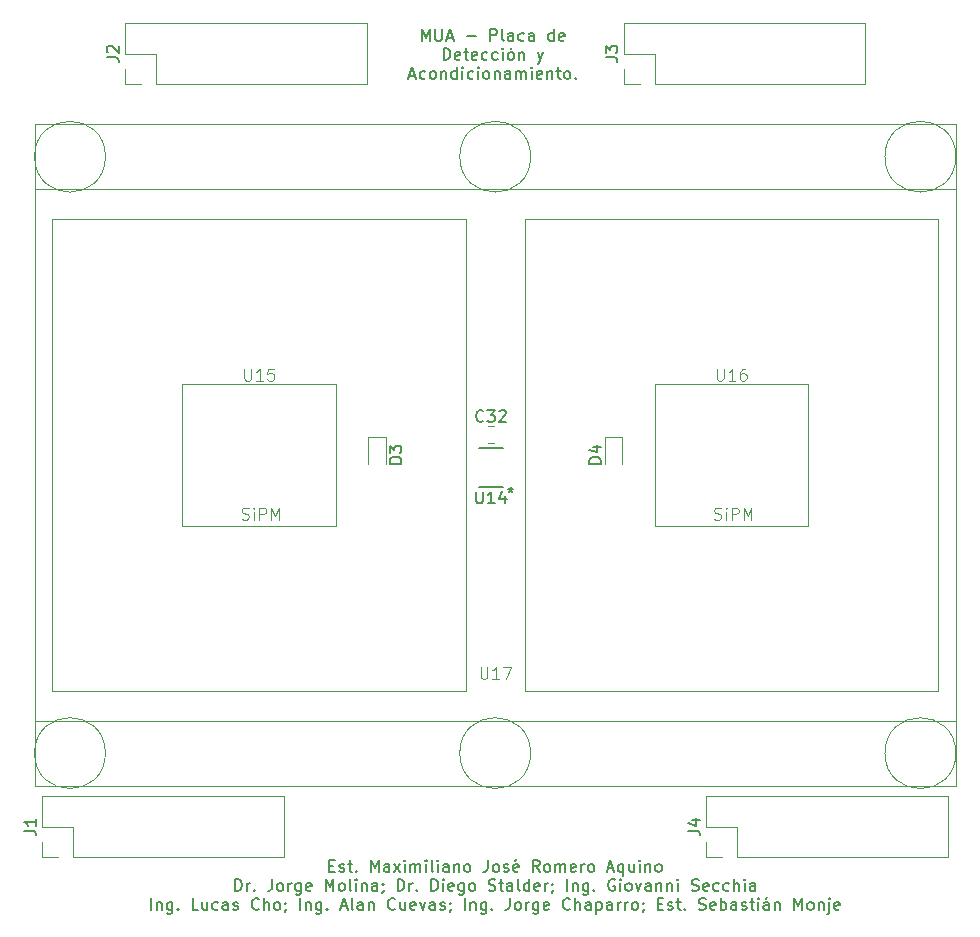
<source format=gbr>
%TF.GenerationSoftware,KiCad,Pcbnew,7.0.11*%
%TF.CreationDate,2024-12-11T15:28:39-03:00*%
%TF.ProjectId,Placa_DetectorParticulas,506c6163-615f-4446-9574-6563746f7250,rev?*%
%TF.SameCoordinates,Original*%
%TF.FileFunction,Legend,Top*%
%TF.FilePolarity,Positive*%
%FSLAX46Y46*%
G04 Gerber Fmt 4.6, Leading zero omitted, Abs format (unit mm)*
G04 Created by KiCad (PCBNEW 7.0.11) date 2024-12-11 15:28:39*
%MOMM*%
%LPD*%
G01*
G04 APERTURE LIST*
%ADD10C,0.150000*%
%ADD11C,0.100000*%
%ADD12C,0.120000*%
%ADD13C,0.152400*%
G04 APERTURE END LIST*
D10*
X75952380Y-140026009D02*
X76285713Y-140026009D01*
X76428570Y-140549819D02*
X75952380Y-140549819D01*
X75952380Y-140549819D02*
X75952380Y-139549819D01*
X75952380Y-139549819D02*
X76428570Y-139549819D01*
X76809523Y-140502200D02*
X76904761Y-140549819D01*
X76904761Y-140549819D02*
X77095237Y-140549819D01*
X77095237Y-140549819D02*
X77190475Y-140502200D01*
X77190475Y-140502200D02*
X77238094Y-140406961D01*
X77238094Y-140406961D02*
X77238094Y-140359342D01*
X77238094Y-140359342D02*
X77190475Y-140264104D01*
X77190475Y-140264104D02*
X77095237Y-140216485D01*
X77095237Y-140216485D02*
X76952380Y-140216485D01*
X76952380Y-140216485D02*
X76857142Y-140168866D01*
X76857142Y-140168866D02*
X76809523Y-140073628D01*
X76809523Y-140073628D02*
X76809523Y-140026009D01*
X76809523Y-140026009D02*
X76857142Y-139930771D01*
X76857142Y-139930771D02*
X76952380Y-139883152D01*
X76952380Y-139883152D02*
X77095237Y-139883152D01*
X77095237Y-139883152D02*
X77190475Y-139930771D01*
X77523809Y-139883152D02*
X77904761Y-139883152D01*
X77666666Y-139549819D02*
X77666666Y-140406961D01*
X77666666Y-140406961D02*
X77714285Y-140502200D01*
X77714285Y-140502200D02*
X77809523Y-140549819D01*
X77809523Y-140549819D02*
X77904761Y-140549819D01*
X78238095Y-140454580D02*
X78285714Y-140502200D01*
X78285714Y-140502200D02*
X78238095Y-140549819D01*
X78238095Y-140549819D02*
X78190476Y-140502200D01*
X78190476Y-140502200D02*
X78238095Y-140454580D01*
X78238095Y-140454580D02*
X78238095Y-140549819D01*
X79476190Y-140549819D02*
X79476190Y-139549819D01*
X79476190Y-139549819D02*
X79809523Y-140264104D01*
X79809523Y-140264104D02*
X80142856Y-139549819D01*
X80142856Y-139549819D02*
X80142856Y-140549819D01*
X81047618Y-140549819D02*
X81047618Y-140026009D01*
X81047618Y-140026009D02*
X80999999Y-139930771D01*
X80999999Y-139930771D02*
X80904761Y-139883152D01*
X80904761Y-139883152D02*
X80714285Y-139883152D01*
X80714285Y-139883152D02*
X80619047Y-139930771D01*
X81047618Y-140502200D02*
X80952380Y-140549819D01*
X80952380Y-140549819D02*
X80714285Y-140549819D01*
X80714285Y-140549819D02*
X80619047Y-140502200D01*
X80619047Y-140502200D02*
X80571428Y-140406961D01*
X80571428Y-140406961D02*
X80571428Y-140311723D01*
X80571428Y-140311723D02*
X80619047Y-140216485D01*
X80619047Y-140216485D02*
X80714285Y-140168866D01*
X80714285Y-140168866D02*
X80952380Y-140168866D01*
X80952380Y-140168866D02*
X81047618Y-140121247D01*
X81428571Y-140549819D02*
X81952380Y-139883152D01*
X81428571Y-139883152D02*
X81952380Y-140549819D01*
X82333333Y-140549819D02*
X82333333Y-139883152D01*
X82333333Y-139549819D02*
X82285714Y-139597438D01*
X82285714Y-139597438D02*
X82333333Y-139645057D01*
X82333333Y-139645057D02*
X82380952Y-139597438D01*
X82380952Y-139597438D02*
X82333333Y-139549819D01*
X82333333Y-139549819D02*
X82333333Y-139645057D01*
X82809523Y-140549819D02*
X82809523Y-139883152D01*
X82809523Y-139978390D02*
X82857142Y-139930771D01*
X82857142Y-139930771D02*
X82952380Y-139883152D01*
X82952380Y-139883152D02*
X83095237Y-139883152D01*
X83095237Y-139883152D02*
X83190475Y-139930771D01*
X83190475Y-139930771D02*
X83238094Y-140026009D01*
X83238094Y-140026009D02*
X83238094Y-140549819D01*
X83238094Y-140026009D02*
X83285713Y-139930771D01*
X83285713Y-139930771D02*
X83380951Y-139883152D01*
X83380951Y-139883152D02*
X83523808Y-139883152D01*
X83523808Y-139883152D02*
X83619047Y-139930771D01*
X83619047Y-139930771D02*
X83666666Y-140026009D01*
X83666666Y-140026009D02*
X83666666Y-140549819D01*
X84142856Y-140549819D02*
X84142856Y-139883152D01*
X84142856Y-139549819D02*
X84095237Y-139597438D01*
X84095237Y-139597438D02*
X84142856Y-139645057D01*
X84142856Y-139645057D02*
X84190475Y-139597438D01*
X84190475Y-139597438D02*
X84142856Y-139549819D01*
X84142856Y-139549819D02*
X84142856Y-139645057D01*
X84761903Y-140549819D02*
X84666665Y-140502200D01*
X84666665Y-140502200D02*
X84619046Y-140406961D01*
X84619046Y-140406961D02*
X84619046Y-139549819D01*
X85142856Y-140549819D02*
X85142856Y-139883152D01*
X85142856Y-139549819D02*
X85095237Y-139597438D01*
X85095237Y-139597438D02*
X85142856Y-139645057D01*
X85142856Y-139645057D02*
X85190475Y-139597438D01*
X85190475Y-139597438D02*
X85142856Y-139549819D01*
X85142856Y-139549819D02*
X85142856Y-139645057D01*
X86047617Y-140549819D02*
X86047617Y-140026009D01*
X86047617Y-140026009D02*
X85999998Y-139930771D01*
X85999998Y-139930771D02*
X85904760Y-139883152D01*
X85904760Y-139883152D02*
X85714284Y-139883152D01*
X85714284Y-139883152D02*
X85619046Y-139930771D01*
X86047617Y-140502200D02*
X85952379Y-140549819D01*
X85952379Y-140549819D02*
X85714284Y-140549819D01*
X85714284Y-140549819D02*
X85619046Y-140502200D01*
X85619046Y-140502200D02*
X85571427Y-140406961D01*
X85571427Y-140406961D02*
X85571427Y-140311723D01*
X85571427Y-140311723D02*
X85619046Y-140216485D01*
X85619046Y-140216485D02*
X85714284Y-140168866D01*
X85714284Y-140168866D02*
X85952379Y-140168866D01*
X85952379Y-140168866D02*
X86047617Y-140121247D01*
X86523808Y-139883152D02*
X86523808Y-140549819D01*
X86523808Y-139978390D02*
X86571427Y-139930771D01*
X86571427Y-139930771D02*
X86666665Y-139883152D01*
X86666665Y-139883152D02*
X86809522Y-139883152D01*
X86809522Y-139883152D02*
X86904760Y-139930771D01*
X86904760Y-139930771D02*
X86952379Y-140026009D01*
X86952379Y-140026009D02*
X86952379Y-140549819D01*
X87571427Y-140549819D02*
X87476189Y-140502200D01*
X87476189Y-140502200D02*
X87428570Y-140454580D01*
X87428570Y-140454580D02*
X87380951Y-140359342D01*
X87380951Y-140359342D02*
X87380951Y-140073628D01*
X87380951Y-140073628D02*
X87428570Y-139978390D01*
X87428570Y-139978390D02*
X87476189Y-139930771D01*
X87476189Y-139930771D02*
X87571427Y-139883152D01*
X87571427Y-139883152D02*
X87714284Y-139883152D01*
X87714284Y-139883152D02*
X87809522Y-139930771D01*
X87809522Y-139930771D02*
X87857141Y-139978390D01*
X87857141Y-139978390D02*
X87904760Y-140073628D01*
X87904760Y-140073628D02*
X87904760Y-140359342D01*
X87904760Y-140359342D02*
X87857141Y-140454580D01*
X87857141Y-140454580D02*
X87809522Y-140502200D01*
X87809522Y-140502200D02*
X87714284Y-140549819D01*
X87714284Y-140549819D02*
X87571427Y-140549819D01*
X89380951Y-139549819D02*
X89380951Y-140264104D01*
X89380951Y-140264104D02*
X89333332Y-140406961D01*
X89333332Y-140406961D02*
X89238094Y-140502200D01*
X89238094Y-140502200D02*
X89095237Y-140549819D01*
X89095237Y-140549819D02*
X88999999Y-140549819D01*
X89999999Y-140549819D02*
X89904761Y-140502200D01*
X89904761Y-140502200D02*
X89857142Y-140454580D01*
X89857142Y-140454580D02*
X89809523Y-140359342D01*
X89809523Y-140359342D02*
X89809523Y-140073628D01*
X89809523Y-140073628D02*
X89857142Y-139978390D01*
X89857142Y-139978390D02*
X89904761Y-139930771D01*
X89904761Y-139930771D02*
X89999999Y-139883152D01*
X89999999Y-139883152D02*
X90142856Y-139883152D01*
X90142856Y-139883152D02*
X90238094Y-139930771D01*
X90238094Y-139930771D02*
X90285713Y-139978390D01*
X90285713Y-139978390D02*
X90333332Y-140073628D01*
X90333332Y-140073628D02*
X90333332Y-140359342D01*
X90333332Y-140359342D02*
X90285713Y-140454580D01*
X90285713Y-140454580D02*
X90238094Y-140502200D01*
X90238094Y-140502200D02*
X90142856Y-140549819D01*
X90142856Y-140549819D02*
X89999999Y-140549819D01*
X90714285Y-140502200D02*
X90809523Y-140549819D01*
X90809523Y-140549819D02*
X90999999Y-140549819D01*
X90999999Y-140549819D02*
X91095237Y-140502200D01*
X91095237Y-140502200D02*
X91142856Y-140406961D01*
X91142856Y-140406961D02*
X91142856Y-140359342D01*
X91142856Y-140359342D02*
X91095237Y-140264104D01*
X91095237Y-140264104D02*
X90999999Y-140216485D01*
X90999999Y-140216485D02*
X90857142Y-140216485D01*
X90857142Y-140216485D02*
X90761904Y-140168866D01*
X90761904Y-140168866D02*
X90714285Y-140073628D01*
X90714285Y-140073628D02*
X90714285Y-140026009D01*
X90714285Y-140026009D02*
X90761904Y-139930771D01*
X90761904Y-139930771D02*
X90857142Y-139883152D01*
X90857142Y-139883152D02*
X90999999Y-139883152D01*
X90999999Y-139883152D02*
X91095237Y-139930771D01*
X91952380Y-140502200D02*
X91857142Y-140549819D01*
X91857142Y-140549819D02*
X91666666Y-140549819D01*
X91666666Y-140549819D02*
X91571428Y-140502200D01*
X91571428Y-140502200D02*
X91523809Y-140406961D01*
X91523809Y-140406961D02*
X91523809Y-140026009D01*
X91523809Y-140026009D02*
X91571428Y-139930771D01*
X91571428Y-139930771D02*
X91666666Y-139883152D01*
X91666666Y-139883152D02*
X91857142Y-139883152D01*
X91857142Y-139883152D02*
X91952380Y-139930771D01*
X91952380Y-139930771D02*
X91999999Y-140026009D01*
X91999999Y-140026009D02*
X91999999Y-140121247D01*
X91999999Y-140121247D02*
X91523809Y-140216485D01*
X91857142Y-139502200D02*
X91714285Y-139645057D01*
X93761904Y-140549819D02*
X93428571Y-140073628D01*
X93190476Y-140549819D02*
X93190476Y-139549819D01*
X93190476Y-139549819D02*
X93571428Y-139549819D01*
X93571428Y-139549819D02*
X93666666Y-139597438D01*
X93666666Y-139597438D02*
X93714285Y-139645057D01*
X93714285Y-139645057D02*
X93761904Y-139740295D01*
X93761904Y-139740295D02*
X93761904Y-139883152D01*
X93761904Y-139883152D02*
X93714285Y-139978390D01*
X93714285Y-139978390D02*
X93666666Y-140026009D01*
X93666666Y-140026009D02*
X93571428Y-140073628D01*
X93571428Y-140073628D02*
X93190476Y-140073628D01*
X94333333Y-140549819D02*
X94238095Y-140502200D01*
X94238095Y-140502200D02*
X94190476Y-140454580D01*
X94190476Y-140454580D02*
X94142857Y-140359342D01*
X94142857Y-140359342D02*
X94142857Y-140073628D01*
X94142857Y-140073628D02*
X94190476Y-139978390D01*
X94190476Y-139978390D02*
X94238095Y-139930771D01*
X94238095Y-139930771D02*
X94333333Y-139883152D01*
X94333333Y-139883152D02*
X94476190Y-139883152D01*
X94476190Y-139883152D02*
X94571428Y-139930771D01*
X94571428Y-139930771D02*
X94619047Y-139978390D01*
X94619047Y-139978390D02*
X94666666Y-140073628D01*
X94666666Y-140073628D02*
X94666666Y-140359342D01*
X94666666Y-140359342D02*
X94619047Y-140454580D01*
X94619047Y-140454580D02*
X94571428Y-140502200D01*
X94571428Y-140502200D02*
X94476190Y-140549819D01*
X94476190Y-140549819D02*
X94333333Y-140549819D01*
X95095238Y-140549819D02*
X95095238Y-139883152D01*
X95095238Y-139978390D02*
X95142857Y-139930771D01*
X95142857Y-139930771D02*
X95238095Y-139883152D01*
X95238095Y-139883152D02*
X95380952Y-139883152D01*
X95380952Y-139883152D02*
X95476190Y-139930771D01*
X95476190Y-139930771D02*
X95523809Y-140026009D01*
X95523809Y-140026009D02*
X95523809Y-140549819D01*
X95523809Y-140026009D02*
X95571428Y-139930771D01*
X95571428Y-139930771D02*
X95666666Y-139883152D01*
X95666666Y-139883152D02*
X95809523Y-139883152D01*
X95809523Y-139883152D02*
X95904762Y-139930771D01*
X95904762Y-139930771D02*
X95952381Y-140026009D01*
X95952381Y-140026009D02*
X95952381Y-140549819D01*
X96809523Y-140502200D02*
X96714285Y-140549819D01*
X96714285Y-140549819D02*
X96523809Y-140549819D01*
X96523809Y-140549819D02*
X96428571Y-140502200D01*
X96428571Y-140502200D02*
X96380952Y-140406961D01*
X96380952Y-140406961D02*
X96380952Y-140026009D01*
X96380952Y-140026009D02*
X96428571Y-139930771D01*
X96428571Y-139930771D02*
X96523809Y-139883152D01*
X96523809Y-139883152D02*
X96714285Y-139883152D01*
X96714285Y-139883152D02*
X96809523Y-139930771D01*
X96809523Y-139930771D02*
X96857142Y-140026009D01*
X96857142Y-140026009D02*
X96857142Y-140121247D01*
X96857142Y-140121247D02*
X96380952Y-140216485D01*
X97285714Y-140549819D02*
X97285714Y-139883152D01*
X97285714Y-140073628D02*
X97333333Y-139978390D01*
X97333333Y-139978390D02*
X97380952Y-139930771D01*
X97380952Y-139930771D02*
X97476190Y-139883152D01*
X97476190Y-139883152D02*
X97571428Y-139883152D01*
X98047619Y-140549819D02*
X97952381Y-140502200D01*
X97952381Y-140502200D02*
X97904762Y-140454580D01*
X97904762Y-140454580D02*
X97857143Y-140359342D01*
X97857143Y-140359342D02*
X97857143Y-140073628D01*
X97857143Y-140073628D02*
X97904762Y-139978390D01*
X97904762Y-139978390D02*
X97952381Y-139930771D01*
X97952381Y-139930771D02*
X98047619Y-139883152D01*
X98047619Y-139883152D02*
X98190476Y-139883152D01*
X98190476Y-139883152D02*
X98285714Y-139930771D01*
X98285714Y-139930771D02*
X98333333Y-139978390D01*
X98333333Y-139978390D02*
X98380952Y-140073628D01*
X98380952Y-140073628D02*
X98380952Y-140359342D01*
X98380952Y-140359342D02*
X98333333Y-140454580D01*
X98333333Y-140454580D02*
X98285714Y-140502200D01*
X98285714Y-140502200D02*
X98190476Y-140549819D01*
X98190476Y-140549819D02*
X98047619Y-140549819D01*
X99523810Y-140264104D02*
X100000000Y-140264104D01*
X99428572Y-140549819D02*
X99761905Y-139549819D01*
X99761905Y-139549819D02*
X100095238Y-140549819D01*
X100857143Y-139883152D02*
X100857143Y-140883152D01*
X100857143Y-140502200D02*
X100761905Y-140549819D01*
X100761905Y-140549819D02*
X100571429Y-140549819D01*
X100571429Y-140549819D02*
X100476191Y-140502200D01*
X100476191Y-140502200D02*
X100428572Y-140454580D01*
X100428572Y-140454580D02*
X100380953Y-140359342D01*
X100380953Y-140359342D02*
X100380953Y-140073628D01*
X100380953Y-140073628D02*
X100428572Y-139978390D01*
X100428572Y-139978390D02*
X100476191Y-139930771D01*
X100476191Y-139930771D02*
X100571429Y-139883152D01*
X100571429Y-139883152D02*
X100761905Y-139883152D01*
X100761905Y-139883152D02*
X100857143Y-139930771D01*
X101761905Y-139883152D02*
X101761905Y-140549819D01*
X101333334Y-139883152D02*
X101333334Y-140406961D01*
X101333334Y-140406961D02*
X101380953Y-140502200D01*
X101380953Y-140502200D02*
X101476191Y-140549819D01*
X101476191Y-140549819D02*
X101619048Y-140549819D01*
X101619048Y-140549819D02*
X101714286Y-140502200D01*
X101714286Y-140502200D02*
X101761905Y-140454580D01*
X102238096Y-140549819D02*
X102238096Y-139883152D01*
X102238096Y-139549819D02*
X102190477Y-139597438D01*
X102190477Y-139597438D02*
X102238096Y-139645057D01*
X102238096Y-139645057D02*
X102285715Y-139597438D01*
X102285715Y-139597438D02*
X102238096Y-139549819D01*
X102238096Y-139549819D02*
X102238096Y-139645057D01*
X102714286Y-139883152D02*
X102714286Y-140549819D01*
X102714286Y-139978390D02*
X102761905Y-139930771D01*
X102761905Y-139930771D02*
X102857143Y-139883152D01*
X102857143Y-139883152D02*
X103000000Y-139883152D01*
X103000000Y-139883152D02*
X103095238Y-139930771D01*
X103095238Y-139930771D02*
X103142857Y-140026009D01*
X103142857Y-140026009D02*
X103142857Y-140549819D01*
X103761905Y-140549819D02*
X103666667Y-140502200D01*
X103666667Y-140502200D02*
X103619048Y-140454580D01*
X103619048Y-140454580D02*
X103571429Y-140359342D01*
X103571429Y-140359342D02*
X103571429Y-140073628D01*
X103571429Y-140073628D02*
X103619048Y-139978390D01*
X103619048Y-139978390D02*
X103666667Y-139930771D01*
X103666667Y-139930771D02*
X103761905Y-139883152D01*
X103761905Y-139883152D02*
X103904762Y-139883152D01*
X103904762Y-139883152D02*
X104000000Y-139930771D01*
X104000000Y-139930771D02*
X104047619Y-139978390D01*
X104047619Y-139978390D02*
X104095238Y-140073628D01*
X104095238Y-140073628D02*
X104095238Y-140359342D01*
X104095238Y-140359342D02*
X104047619Y-140454580D01*
X104047619Y-140454580D02*
X104000000Y-140502200D01*
X104000000Y-140502200D02*
X103904762Y-140549819D01*
X103904762Y-140549819D02*
X103761905Y-140549819D01*
X67976189Y-142159819D02*
X67976189Y-141159819D01*
X67976189Y-141159819D02*
X68214284Y-141159819D01*
X68214284Y-141159819D02*
X68357141Y-141207438D01*
X68357141Y-141207438D02*
X68452379Y-141302676D01*
X68452379Y-141302676D02*
X68499998Y-141397914D01*
X68499998Y-141397914D02*
X68547617Y-141588390D01*
X68547617Y-141588390D02*
X68547617Y-141731247D01*
X68547617Y-141731247D02*
X68499998Y-141921723D01*
X68499998Y-141921723D02*
X68452379Y-142016961D01*
X68452379Y-142016961D02*
X68357141Y-142112200D01*
X68357141Y-142112200D02*
X68214284Y-142159819D01*
X68214284Y-142159819D02*
X67976189Y-142159819D01*
X68976189Y-142159819D02*
X68976189Y-141493152D01*
X68976189Y-141683628D02*
X69023808Y-141588390D01*
X69023808Y-141588390D02*
X69071427Y-141540771D01*
X69071427Y-141540771D02*
X69166665Y-141493152D01*
X69166665Y-141493152D02*
X69261903Y-141493152D01*
X69595237Y-142064580D02*
X69642856Y-142112200D01*
X69642856Y-142112200D02*
X69595237Y-142159819D01*
X69595237Y-142159819D02*
X69547618Y-142112200D01*
X69547618Y-142112200D02*
X69595237Y-142064580D01*
X69595237Y-142064580D02*
X69595237Y-142159819D01*
X71119046Y-141159819D02*
X71119046Y-141874104D01*
X71119046Y-141874104D02*
X71071427Y-142016961D01*
X71071427Y-142016961D02*
X70976189Y-142112200D01*
X70976189Y-142112200D02*
X70833332Y-142159819D01*
X70833332Y-142159819D02*
X70738094Y-142159819D01*
X71738094Y-142159819D02*
X71642856Y-142112200D01*
X71642856Y-142112200D02*
X71595237Y-142064580D01*
X71595237Y-142064580D02*
X71547618Y-141969342D01*
X71547618Y-141969342D02*
X71547618Y-141683628D01*
X71547618Y-141683628D02*
X71595237Y-141588390D01*
X71595237Y-141588390D02*
X71642856Y-141540771D01*
X71642856Y-141540771D02*
X71738094Y-141493152D01*
X71738094Y-141493152D02*
X71880951Y-141493152D01*
X71880951Y-141493152D02*
X71976189Y-141540771D01*
X71976189Y-141540771D02*
X72023808Y-141588390D01*
X72023808Y-141588390D02*
X72071427Y-141683628D01*
X72071427Y-141683628D02*
X72071427Y-141969342D01*
X72071427Y-141969342D02*
X72023808Y-142064580D01*
X72023808Y-142064580D02*
X71976189Y-142112200D01*
X71976189Y-142112200D02*
X71880951Y-142159819D01*
X71880951Y-142159819D02*
X71738094Y-142159819D01*
X72499999Y-142159819D02*
X72499999Y-141493152D01*
X72499999Y-141683628D02*
X72547618Y-141588390D01*
X72547618Y-141588390D02*
X72595237Y-141540771D01*
X72595237Y-141540771D02*
X72690475Y-141493152D01*
X72690475Y-141493152D02*
X72785713Y-141493152D01*
X73547618Y-141493152D02*
X73547618Y-142302676D01*
X73547618Y-142302676D02*
X73499999Y-142397914D01*
X73499999Y-142397914D02*
X73452380Y-142445533D01*
X73452380Y-142445533D02*
X73357142Y-142493152D01*
X73357142Y-142493152D02*
X73214285Y-142493152D01*
X73214285Y-142493152D02*
X73119047Y-142445533D01*
X73547618Y-142112200D02*
X73452380Y-142159819D01*
X73452380Y-142159819D02*
X73261904Y-142159819D01*
X73261904Y-142159819D02*
X73166666Y-142112200D01*
X73166666Y-142112200D02*
X73119047Y-142064580D01*
X73119047Y-142064580D02*
X73071428Y-141969342D01*
X73071428Y-141969342D02*
X73071428Y-141683628D01*
X73071428Y-141683628D02*
X73119047Y-141588390D01*
X73119047Y-141588390D02*
X73166666Y-141540771D01*
X73166666Y-141540771D02*
X73261904Y-141493152D01*
X73261904Y-141493152D02*
X73452380Y-141493152D01*
X73452380Y-141493152D02*
X73547618Y-141540771D01*
X74404761Y-142112200D02*
X74309523Y-142159819D01*
X74309523Y-142159819D02*
X74119047Y-142159819D01*
X74119047Y-142159819D02*
X74023809Y-142112200D01*
X74023809Y-142112200D02*
X73976190Y-142016961D01*
X73976190Y-142016961D02*
X73976190Y-141636009D01*
X73976190Y-141636009D02*
X74023809Y-141540771D01*
X74023809Y-141540771D02*
X74119047Y-141493152D01*
X74119047Y-141493152D02*
X74309523Y-141493152D01*
X74309523Y-141493152D02*
X74404761Y-141540771D01*
X74404761Y-141540771D02*
X74452380Y-141636009D01*
X74452380Y-141636009D02*
X74452380Y-141731247D01*
X74452380Y-141731247D02*
X73976190Y-141826485D01*
X75642857Y-142159819D02*
X75642857Y-141159819D01*
X75642857Y-141159819D02*
X75976190Y-141874104D01*
X75976190Y-141874104D02*
X76309523Y-141159819D01*
X76309523Y-141159819D02*
X76309523Y-142159819D01*
X76928571Y-142159819D02*
X76833333Y-142112200D01*
X76833333Y-142112200D02*
X76785714Y-142064580D01*
X76785714Y-142064580D02*
X76738095Y-141969342D01*
X76738095Y-141969342D02*
X76738095Y-141683628D01*
X76738095Y-141683628D02*
X76785714Y-141588390D01*
X76785714Y-141588390D02*
X76833333Y-141540771D01*
X76833333Y-141540771D02*
X76928571Y-141493152D01*
X76928571Y-141493152D02*
X77071428Y-141493152D01*
X77071428Y-141493152D02*
X77166666Y-141540771D01*
X77166666Y-141540771D02*
X77214285Y-141588390D01*
X77214285Y-141588390D02*
X77261904Y-141683628D01*
X77261904Y-141683628D02*
X77261904Y-141969342D01*
X77261904Y-141969342D02*
X77214285Y-142064580D01*
X77214285Y-142064580D02*
X77166666Y-142112200D01*
X77166666Y-142112200D02*
X77071428Y-142159819D01*
X77071428Y-142159819D02*
X76928571Y-142159819D01*
X77833333Y-142159819D02*
X77738095Y-142112200D01*
X77738095Y-142112200D02*
X77690476Y-142016961D01*
X77690476Y-142016961D02*
X77690476Y-141159819D01*
X78214286Y-142159819D02*
X78214286Y-141493152D01*
X78214286Y-141159819D02*
X78166667Y-141207438D01*
X78166667Y-141207438D02*
X78214286Y-141255057D01*
X78214286Y-141255057D02*
X78261905Y-141207438D01*
X78261905Y-141207438D02*
X78214286Y-141159819D01*
X78214286Y-141159819D02*
X78214286Y-141255057D01*
X78690476Y-141493152D02*
X78690476Y-142159819D01*
X78690476Y-141588390D02*
X78738095Y-141540771D01*
X78738095Y-141540771D02*
X78833333Y-141493152D01*
X78833333Y-141493152D02*
X78976190Y-141493152D01*
X78976190Y-141493152D02*
X79071428Y-141540771D01*
X79071428Y-141540771D02*
X79119047Y-141636009D01*
X79119047Y-141636009D02*
X79119047Y-142159819D01*
X80023809Y-142159819D02*
X80023809Y-141636009D01*
X80023809Y-141636009D02*
X79976190Y-141540771D01*
X79976190Y-141540771D02*
X79880952Y-141493152D01*
X79880952Y-141493152D02*
X79690476Y-141493152D01*
X79690476Y-141493152D02*
X79595238Y-141540771D01*
X80023809Y-142112200D02*
X79928571Y-142159819D01*
X79928571Y-142159819D02*
X79690476Y-142159819D01*
X79690476Y-142159819D02*
X79595238Y-142112200D01*
X79595238Y-142112200D02*
X79547619Y-142016961D01*
X79547619Y-142016961D02*
X79547619Y-141921723D01*
X79547619Y-141921723D02*
X79595238Y-141826485D01*
X79595238Y-141826485D02*
X79690476Y-141778866D01*
X79690476Y-141778866D02*
X79928571Y-141778866D01*
X79928571Y-141778866D02*
X80023809Y-141731247D01*
X80547619Y-142112200D02*
X80547619Y-142159819D01*
X80547619Y-142159819D02*
X80500000Y-142255057D01*
X80500000Y-142255057D02*
X80452381Y-142302676D01*
X80500000Y-141540771D02*
X80547619Y-141588390D01*
X80547619Y-141588390D02*
X80500000Y-141636009D01*
X80500000Y-141636009D02*
X80452381Y-141588390D01*
X80452381Y-141588390D02*
X80500000Y-141540771D01*
X80500000Y-141540771D02*
X80500000Y-141636009D01*
X81738095Y-142159819D02*
X81738095Y-141159819D01*
X81738095Y-141159819D02*
X81976190Y-141159819D01*
X81976190Y-141159819D02*
X82119047Y-141207438D01*
X82119047Y-141207438D02*
X82214285Y-141302676D01*
X82214285Y-141302676D02*
X82261904Y-141397914D01*
X82261904Y-141397914D02*
X82309523Y-141588390D01*
X82309523Y-141588390D02*
X82309523Y-141731247D01*
X82309523Y-141731247D02*
X82261904Y-141921723D01*
X82261904Y-141921723D02*
X82214285Y-142016961D01*
X82214285Y-142016961D02*
X82119047Y-142112200D01*
X82119047Y-142112200D02*
X81976190Y-142159819D01*
X81976190Y-142159819D02*
X81738095Y-142159819D01*
X82738095Y-142159819D02*
X82738095Y-141493152D01*
X82738095Y-141683628D02*
X82785714Y-141588390D01*
X82785714Y-141588390D02*
X82833333Y-141540771D01*
X82833333Y-141540771D02*
X82928571Y-141493152D01*
X82928571Y-141493152D02*
X83023809Y-141493152D01*
X83357143Y-142064580D02*
X83404762Y-142112200D01*
X83404762Y-142112200D02*
X83357143Y-142159819D01*
X83357143Y-142159819D02*
X83309524Y-142112200D01*
X83309524Y-142112200D02*
X83357143Y-142064580D01*
X83357143Y-142064580D02*
X83357143Y-142159819D01*
X84595238Y-142159819D02*
X84595238Y-141159819D01*
X84595238Y-141159819D02*
X84833333Y-141159819D01*
X84833333Y-141159819D02*
X84976190Y-141207438D01*
X84976190Y-141207438D02*
X85071428Y-141302676D01*
X85071428Y-141302676D02*
X85119047Y-141397914D01*
X85119047Y-141397914D02*
X85166666Y-141588390D01*
X85166666Y-141588390D02*
X85166666Y-141731247D01*
X85166666Y-141731247D02*
X85119047Y-141921723D01*
X85119047Y-141921723D02*
X85071428Y-142016961D01*
X85071428Y-142016961D02*
X84976190Y-142112200D01*
X84976190Y-142112200D02*
X84833333Y-142159819D01*
X84833333Y-142159819D02*
X84595238Y-142159819D01*
X85595238Y-142159819D02*
X85595238Y-141493152D01*
X85595238Y-141159819D02*
X85547619Y-141207438D01*
X85547619Y-141207438D02*
X85595238Y-141255057D01*
X85595238Y-141255057D02*
X85642857Y-141207438D01*
X85642857Y-141207438D02*
X85595238Y-141159819D01*
X85595238Y-141159819D02*
X85595238Y-141255057D01*
X86452380Y-142112200D02*
X86357142Y-142159819D01*
X86357142Y-142159819D02*
X86166666Y-142159819D01*
X86166666Y-142159819D02*
X86071428Y-142112200D01*
X86071428Y-142112200D02*
X86023809Y-142016961D01*
X86023809Y-142016961D02*
X86023809Y-141636009D01*
X86023809Y-141636009D02*
X86071428Y-141540771D01*
X86071428Y-141540771D02*
X86166666Y-141493152D01*
X86166666Y-141493152D02*
X86357142Y-141493152D01*
X86357142Y-141493152D02*
X86452380Y-141540771D01*
X86452380Y-141540771D02*
X86499999Y-141636009D01*
X86499999Y-141636009D02*
X86499999Y-141731247D01*
X86499999Y-141731247D02*
X86023809Y-141826485D01*
X87357142Y-141493152D02*
X87357142Y-142302676D01*
X87357142Y-142302676D02*
X87309523Y-142397914D01*
X87309523Y-142397914D02*
X87261904Y-142445533D01*
X87261904Y-142445533D02*
X87166666Y-142493152D01*
X87166666Y-142493152D02*
X87023809Y-142493152D01*
X87023809Y-142493152D02*
X86928571Y-142445533D01*
X87357142Y-142112200D02*
X87261904Y-142159819D01*
X87261904Y-142159819D02*
X87071428Y-142159819D01*
X87071428Y-142159819D02*
X86976190Y-142112200D01*
X86976190Y-142112200D02*
X86928571Y-142064580D01*
X86928571Y-142064580D02*
X86880952Y-141969342D01*
X86880952Y-141969342D02*
X86880952Y-141683628D01*
X86880952Y-141683628D02*
X86928571Y-141588390D01*
X86928571Y-141588390D02*
X86976190Y-141540771D01*
X86976190Y-141540771D02*
X87071428Y-141493152D01*
X87071428Y-141493152D02*
X87261904Y-141493152D01*
X87261904Y-141493152D02*
X87357142Y-141540771D01*
X87976190Y-142159819D02*
X87880952Y-142112200D01*
X87880952Y-142112200D02*
X87833333Y-142064580D01*
X87833333Y-142064580D02*
X87785714Y-141969342D01*
X87785714Y-141969342D02*
X87785714Y-141683628D01*
X87785714Y-141683628D02*
X87833333Y-141588390D01*
X87833333Y-141588390D02*
X87880952Y-141540771D01*
X87880952Y-141540771D02*
X87976190Y-141493152D01*
X87976190Y-141493152D02*
X88119047Y-141493152D01*
X88119047Y-141493152D02*
X88214285Y-141540771D01*
X88214285Y-141540771D02*
X88261904Y-141588390D01*
X88261904Y-141588390D02*
X88309523Y-141683628D01*
X88309523Y-141683628D02*
X88309523Y-141969342D01*
X88309523Y-141969342D02*
X88261904Y-142064580D01*
X88261904Y-142064580D02*
X88214285Y-142112200D01*
X88214285Y-142112200D02*
X88119047Y-142159819D01*
X88119047Y-142159819D02*
X87976190Y-142159819D01*
X89452381Y-142112200D02*
X89595238Y-142159819D01*
X89595238Y-142159819D02*
X89833333Y-142159819D01*
X89833333Y-142159819D02*
X89928571Y-142112200D01*
X89928571Y-142112200D02*
X89976190Y-142064580D01*
X89976190Y-142064580D02*
X90023809Y-141969342D01*
X90023809Y-141969342D02*
X90023809Y-141874104D01*
X90023809Y-141874104D02*
X89976190Y-141778866D01*
X89976190Y-141778866D02*
X89928571Y-141731247D01*
X89928571Y-141731247D02*
X89833333Y-141683628D01*
X89833333Y-141683628D02*
X89642857Y-141636009D01*
X89642857Y-141636009D02*
X89547619Y-141588390D01*
X89547619Y-141588390D02*
X89500000Y-141540771D01*
X89500000Y-141540771D02*
X89452381Y-141445533D01*
X89452381Y-141445533D02*
X89452381Y-141350295D01*
X89452381Y-141350295D02*
X89500000Y-141255057D01*
X89500000Y-141255057D02*
X89547619Y-141207438D01*
X89547619Y-141207438D02*
X89642857Y-141159819D01*
X89642857Y-141159819D02*
X89880952Y-141159819D01*
X89880952Y-141159819D02*
X90023809Y-141207438D01*
X90309524Y-141493152D02*
X90690476Y-141493152D01*
X90452381Y-141159819D02*
X90452381Y-142016961D01*
X90452381Y-142016961D02*
X90500000Y-142112200D01*
X90500000Y-142112200D02*
X90595238Y-142159819D01*
X90595238Y-142159819D02*
X90690476Y-142159819D01*
X91452381Y-142159819D02*
X91452381Y-141636009D01*
X91452381Y-141636009D02*
X91404762Y-141540771D01*
X91404762Y-141540771D02*
X91309524Y-141493152D01*
X91309524Y-141493152D02*
X91119048Y-141493152D01*
X91119048Y-141493152D02*
X91023810Y-141540771D01*
X91452381Y-142112200D02*
X91357143Y-142159819D01*
X91357143Y-142159819D02*
X91119048Y-142159819D01*
X91119048Y-142159819D02*
X91023810Y-142112200D01*
X91023810Y-142112200D02*
X90976191Y-142016961D01*
X90976191Y-142016961D02*
X90976191Y-141921723D01*
X90976191Y-141921723D02*
X91023810Y-141826485D01*
X91023810Y-141826485D02*
X91119048Y-141778866D01*
X91119048Y-141778866D02*
X91357143Y-141778866D01*
X91357143Y-141778866D02*
X91452381Y-141731247D01*
X92071429Y-142159819D02*
X91976191Y-142112200D01*
X91976191Y-142112200D02*
X91928572Y-142016961D01*
X91928572Y-142016961D02*
X91928572Y-141159819D01*
X92880953Y-142159819D02*
X92880953Y-141159819D01*
X92880953Y-142112200D02*
X92785715Y-142159819D01*
X92785715Y-142159819D02*
X92595239Y-142159819D01*
X92595239Y-142159819D02*
X92500001Y-142112200D01*
X92500001Y-142112200D02*
X92452382Y-142064580D01*
X92452382Y-142064580D02*
X92404763Y-141969342D01*
X92404763Y-141969342D02*
X92404763Y-141683628D01*
X92404763Y-141683628D02*
X92452382Y-141588390D01*
X92452382Y-141588390D02*
X92500001Y-141540771D01*
X92500001Y-141540771D02*
X92595239Y-141493152D01*
X92595239Y-141493152D02*
X92785715Y-141493152D01*
X92785715Y-141493152D02*
X92880953Y-141540771D01*
X93738096Y-142112200D02*
X93642858Y-142159819D01*
X93642858Y-142159819D02*
X93452382Y-142159819D01*
X93452382Y-142159819D02*
X93357144Y-142112200D01*
X93357144Y-142112200D02*
X93309525Y-142016961D01*
X93309525Y-142016961D02*
X93309525Y-141636009D01*
X93309525Y-141636009D02*
X93357144Y-141540771D01*
X93357144Y-141540771D02*
X93452382Y-141493152D01*
X93452382Y-141493152D02*
X93642858Y-141493152D01*
X93642858Y-141493152D02*
X93738096Y-141540771D01*
X93738096Y-141540771D02*
X93785715Y-141636009D01*
X93785715Y-141636009D02*
X93785715Y-141731247D01*
X93785715Y-141731247D02*
X93309525Y-141826485D01*
X94214287Y-142159819D02*
X94214287Y-141493152D01*
X94214287Y-141683628D02*
X94261906Y-141588390D01*
X94261906Y-141588390D02*
X94309525Y-141540771D01*
X94309525Y-141540771D02*
X94404763Y-141493152D01*
X94404763Y-141493152D02*
X94500001Y-141493152D01*
X94880954Y-142112200D02*
X94880954Y-142159819D01*
X94880954Y-142159819D02*
X94833335Y-142255057D01*
X94833335Y-142255057D02*
X94785716Y-142302676D01*
X94833335Y-141540771D02*
X94880954Y-141588390D01*
X94880954Y-141588390D02*
X94833335Y-141636009D01*
X94833335Y-141636009D02*
X94785716Y-141588390D01*
X94785716Y-141588390D02*
X94833335Y-141540771D01*
X94833335Y-141540771D02*
X94833335Y-141636009D01*
X96071430Y-142159819D02*
X96071430Y-141159819D01*
X96547620Y-141493152D02*
X96547620Y-142159819D01*
X96547620Y-141588390D02*
X96595239Y-141540771D01*
X96595239Y-141540771D02*
X96690477Y-141493152D01*
X96690477Y-141493152D02*
X96833334Y-141493152D01*
X96833334Y-141493152D02*
X96928572Y-141540771D01*
X96928572Y-141540771D02*
X96976191Y-141636009D01*
X96976191Y-141636009D02*
X96976191Y-142159819D01*
X97880953Y-141493152D02*
X97880953Y-142302676D01*
X97880953Y-142302676D02*
X97833334Y-142397914D01*
X97833334Y-142397914D02*
X97785715Y-142445533D01*
X97785715Y-142445533D02*
X97690477Y-142493152D01*
X97690477Y-142493152D02*
X97547620Y-142493152D01*
X97547620Y-142493152D02*
X97452382Y-142445533D01*
X97880953Y-142112200D02*
X97785715Y-142159819D01*
X97785715Y-142159819D02*
X97595239Y-142159819D01*
X97595239Y-142159819D02*
X97500001Y-142112200D01*
X97500001Y-142112200D02*
X97452382Y-142064580D01*
X97452382Y-142064580D02*
X97404763Y-141969342D01*
X97404763Y-141969342D02*
X97404763Y-141683628D01*
X97404763Y-141683628D02*
X97452382Y-141588390D01*
X97452382Y-141588390D02*
X97500001Y-141540771D01*
X97500001Y-141540771D02*
X97595239Y-141493152D01*
X97595239Y-141493152D02*
X97785715Y-141493152D01*
X97785715Y-141493152D02*
X97880953Y-141540771D01*
X98357144Y-142064580D02*
X98404763Y-142112200D01*
X98404763Y-142112200D02*
X98357144Y-142159819D01*
X98357144Y-142159819D02*
X98309525Y-142112200D01*
X98309525Y-142112200D02*
X98357144Y-142064580D01*
X98357144Y-142064580D02*
X98357144Y-142159819D01*
X100119048Y-141207438D02*
X100023810Y-141159819D01*
X100023810Y-141159819D02*
X99880953Y-141159819D01*
X99880953Y-141159819D02*
X99738096Y-141207438D01*
X99738096Y-141207438D02*
X99642858Y-141302676D01*
X99642858Y-141302676D02*
X99595239Y-141397914D01*
X99595239Y-141397914D02*
X99547620Y-141588390D01*
X99547620Y-141588390D02*
X99547620Y-141731247D01*
X99547620Y-141731247D02*
X99595239Y-141921723D01*
X99595239Y-141921723D02*
X99642858Y-142016961D01*
X99642858Y-142016961D02*
X99738096Y-142112200D01*
X99738096Y-142112200D02*
X99880953Y-142159819D01*
X99880953Y-142159819D02*
X99976191Y-142159819D01*
X99976191Y-142159819D02*
X100119048Y-142112200D01*
X100119048Y-142112200D02*
X100166667Y-142064580D01*
X100166667Y-142064580D02*
X100166667Y-141731247D01*
X100166667Y-141731247D02*
X99976191Y-141731247D01*
X100595239Y-142159819D02*
X100595239Y-141493152D01*
X100595239Y-141159819D02*
X100547620Y-141207438D01*
X100547620Y-141207438D02*
X100595239Y-141255057D01*
X100595239Y-141255057D02*
X100642858Y-141207438D01*
X100642858Y-141207438D02*
X100595239Y-141159819D01*
X100595239Y-141159819D02*
X100595239Y-141255057D01*
X101214286Y-142159819D02*
X101119048Y-142112200D01*
X101119048Y-142112200D02*
X101071429Y-142064580D01*
X101071429Y-142064580D02*
X101023810Y-141969342D01*
X101023810Y-141969342D02*
X101023810Y-141683628D01*
X101023810Y-141683628D02*
X101071429Y-141588390D01*
X101071429Y-141588390D02*
X101119048Y-141540771D01*
X101119048Y-141540771D02*
X101214286Y-141493152D01*
X101214286Y-141493152D02*
X101357143Y-141493152D01*
X101357143Y-141493152D02*
X101452381Y-141540771D01*
X101452381Y-141540771D02*
X101500000Y-141588390D01*
X101500000Y-141588390D02*
X101547619Y-141683628D01*
X101547619Y-141683628D02*
X101547619Y-141969342D01*
X101547619Y-141969342D02*
X101500000Y-142064580D01*
X101500000Y-142064580D02*
X101452381Y-142112200D01*
X101452381Y-142112200D02*
X101357143Y-142159819D01*
X101357143Y-142159819D02*
X101214286Y-142159819D01*
X101880953Y-141493152D02*
X102119048Y-142159819D01*
X102119048Y-142159819D02*
X102357143Y-141493152D01*
X103166667Y-142159819D02*
X103166667Y-141636009D01*
X103166667Y-141636009D02*
X103119048Y-141540771D01*
X103119048Y-141540771D02*
X103023810Y-141493152D01*
X103023810Y-141493152D02*
X102833334Y-141493152D01*
X102833334Y-141493152D02*
X102738096Y-141540771D01*
X103166667Y-142112200D02*
X103071429Y-142159819D01*
X103071429Y-142159819D02*
X102833334Y-142159819D01*
X102833334Y-142159819D02*
X102738096Y-142112200D01*
X102738096Y-142112200D02*
X102690477Y-142016961D01*
X102690477Y-142016961D02*
X102690477Y-141921723D01*
X102690477Y-141921723D02*
X102738096Y-141826485D01*
X102738096Y-141826485D02*
X102833334Y-141778866D01*
X102833334Y-141778866D02*
X103071429Y-141778866D01*
X103071429Y-141778866D02*
X103166667Y-141731247D01*
X103642858Y-141493152D02*
X103642858Y-142159819D01*
X103642858Y-141588390D02*
X103690477Y-141540771D01*
X103690477Y-141540771D02*
X103785715Y-141493152D01*
X103785715Y-141493152D02*
X103928572Y-141493152D01*
X103928572Y-141493152D02*
X104023810Y-141540771D01*
X104023810Y-141540771D02*
X104071429Y-141636009D01*
X104071429Y-141636009D02*
X104071429Y-142159819D01*
X104547620Y-141493152D02*
X104547620Y-142159819D01*
X104547620Y-141588390D02*
X104595239Y-141540771D01*
X104595239Y-141540771D02*
X104690477Y-141493152D01*
X104690477Y-141493152D02*
X104833334Y-141493152D01*
X104833334Y-141493152D02*
X104928572Y-141540771D01*
X104928572Y-141540771D02*
X104976191Y-141636009D01*
X104976191Y-141636009D02*
X104976191Y-142159819D01*
X105452382Y-142159819D02*
X105452382Y-141493152D01*
X105452382Y-141159819D02*
X105404763Y-141207438D01*
X105404763Y-141207438D02*
X105452382Y-141255057D01*
X105452382Y-141255057D02*
X105500001Y-141207438D01*
X105500001Y-141207438D02*
X105452382Y-141159819D01*
X105452382Y-141159819D02*
X105452382Y-141255057D01*
X106642858Y-142112200D02*
X106785715Y-142159819D01*
X106785715Y-142159819D02*
X107023810Y-142159819D01*
X107023810Y-142159819D02*
X107119048Y-142112200D01*
X107119048Y-142112200D02*
X107166667Y-142064580D01*
X107166667Y-142064580D02*
X107214286Y-141969342D01*
X107214286Y-141969342D02*
X107214286Y-141874104D01*
X107214286Y-141874104D02*
X107166667Y-141778866D01*
X107166667Y-141778866D02*
X107119048Y-141731247D01*
X107119048Y-141731247D02*
X107023810Y-141683628D01*
X107023810Y-141683628D02*
X106833334Y-141636009D01*
X106833334Y-141636009D02*
X106738096Y-141588390D01*
X106738096Y-141588390D02*
X106690477Y-141540771D01*
X106690477Y-141540771D02*
X106642858Y-141445533D01*
X106642858Y-141445533D02*
X106642858Y-141350295D01*
X106642858Y-141350295D02*
X106690477Y-141255057D01*
X106690477Y-141255057D02*
X106738096Y-141207438D01*
X106738096Y-141207438D02*
X106833334Y-141159819D01*
X106833334Y-141159819D02*
X107071429Y-141159819D01*
X107071429Y-141159819D02*
X107214286Y-141207438D01*
X108023810Y-142112200D02*
X107928572Y-142159819D01*
X107928572Y-142159819D02*
X107738096Y-142159819D01*
X107738096Y-142159819D02*
X107642858Y-142112200D01*
X107642858Y-142112200D02*
X107595239Y-142016961D01*
X107595239Y-142016961D02*
X107595239Y-141636009D01*
X107595239Y-141636009D02*
X107642858Y-141540771D01*
X107642858Y-141540771D02*
X107738096Y-141493152D01*
X107738096Y-141493152D02*
X107928572Y-141493152D01*
X107928572Y-141493152D02*
X108023810Y-141540771D01*
X108023810Y-141540771D02*
X108071429Y-141636009D01*
X108071429Y-141636009D02*
X108071429Y-141731247D01*
X108071429Y-141731247D02*
X107595239Y-141826485D01*
X108928572Y-142112200D02*
X108833334Y-142159819D01*
X108833334Y-142159819D02*
X108642858Y-142159819D01*
X108642858Y-142159819D02*
X108547620Y-142112200D01*
X108547620Y-142112200D02*
X108500001Y-142064580D01*
X108500001Y-142064580D02*
X108452382Y-141969342D01*
X108452382Y-141969342D02*
X108452382Y-141683628D01*
X108452382Y-141683628D02*
X108500001Y-141588390D01*
X108500001Y-141588390D02*
X108547620Y-141540771D01*
X108547620Y-141540771D02*
X108642858Y-141493152D01*
X108642858Y-141493152D02*
X108833334Y-141493152D01*
X108833334Y-141493152D02*
X108928572Y-141540771D01*
X109785715Y-142112200D02*
X109690477Y-142159819D01*
X109690477Y-142159819D02*
X109500001Y-142159819D01*
X109500001Y-142159819D02*
X109404763Y-142112200D01*
X109404763Y-142112200D02*
X109357144Y-142064580D01*
X109357144Y-142064580D02*
X109309525Y-141969342D01*
X109309525Y-141969342D02*
X109309525Y-141683628D01*
X109309525Y-141683628D02*
X109357144Y-141588390D01*
X109357144Y-141588390D02*
X109404763Y-141540771D01*
X109404763Y-141540771D02*
X109500001Y-141493152D01*
X109500001Y-141493152D02*
X109690477Y-141493152D01*
X109690477Y-141493152D02*
X109785715Y-141540771D01*
X110214287Y-142159819D02*
X110214287Y-141159819D01*
X110642858Y-142159819D02*
X110642858Y-141636009D01*
X110642858Y-141636009D02*
X110595239Y-141540771D01*
X110595239Y-141540771D02*
X110500001Y-141493152D01*
X110500001Y-141493152D02*
X110357144Y-141493152D01*
X110357144Y-141493152D02*
X110261906Y-141540771D01*
X110261906Y-141540771D02*
X110214287Y-141588390D01*
X111119049Y-142159819D02*
X111119049Y-141493152D01*
X111119049Y-141159819D02*
X111071430Y-141207438D01*
X111071430Y-141207438D02*
X111119049Y-141255057D01*
X111119049Y-141255057D02*
X111166668Y-141207438D01*
X111166668Y-141207438D02*
X111119049Y-141159819D01*
X111119049Y-141159819D02*
X111119049Y-141255057D01*
X112023810Y-142159819D02*
X112023810Y-141636009D01*
X112023810Y-141636009D02*
X111976191Y-141540771D01*
X111976191Y-141540771D02*
X111880953Y-141493152D01*
X111880953Y-141493152D02*
X111690477Y-141493152D01*
X111690477Y-141493152D02*
X111595239Y-141540771D01*
X112023810Y-142112200D02*
X111928572Y-142159819D01*
X111928572Y-142159819D02*
X111690477Y-142159819D01*
X111690477Y-142159819D02*
X111595239Y-142112200D01*
X111595239Y-142112200D02*
X111547620Y-142016961D01*
X111547620Y-142016961D02*
X111547620Y-141921723D01*
X111547620Y-141921723D02*
X111595239Y-141826485D01*
X111595239Y-141826485D02*
X111690477Y-141778866D01*
X111690477Y-141778866D02*
X111928572Y-141778866D01*
X111928572Y-141778866D02*
X112023810Y-141731247D01*
X60857141Y-143769819D02*
X60857141Y-142769819D01*
X61333331Y-143103152D02*
X61333331Y-143769819D01*
X61333331Y-143198390D02*
X61380950Y-143150771D01*
X61380950Y-143150771D02*
X61476188Y-143103152D01*
X61476188Y-143103152D02*
X61619045Y-143103152D01*
X61619045Y-143103152D02*
X61714283Y-143150771D01*
X61714283Y-143150771D02*
X61761902Y-143246009D01*
X61761902Y-143246009D02*
X61761902Y-143769819D01*
X62666664Y-143103152D02*
X62666664Y-143912676D01*
X62666664Y-143912676D02*
X62619045Y-144007914D01*
X62619045Y-144007914D02*
X62571426Y-144055533D01*
X62571426Y-144055533D02*
X62476188Y-144103152D01*
X62476188Y-144103152D02*
X62333331Y-144103152D01*
X62333331Y-144103152D02*
X62238093Y-144055533D01*
X62666664Y-143722200D02*
X62571426Y-143769819D01*
X62571426Y-143769819D02*
X62380950Y-143769819D01*
X62380950Y-143769819D02*
X62285712Y-143722200D01*
X62285712Y-143722200D02*
X62238093Y-143674580D01*
X62238093Y-143674580D02*
X62190474Y-143579342D01*
X62190474Y-143579342D02*
X62190474Y-143293628D01*
X62190474Y-143293628D02*
X62238093Y-143198390D01*
X62238093Y-143198390D02*
X62285712Y-143150771D01*
X62285712Y-143150771D02*
X62380950Y-143103152D01*
X62380950Y-143103152D02*
X62571426Y-143103152D01*
X62571426Y-143103152D02*
X62666664Y-143150771D01*
X63142855Y-143674580D02*
X63190474Y-143722200D01*
X63190474Y-143722200D02*
X63142855Y-143769819D01*
X63142855Y-143769819D02*
X63095236Y-143722200D01*
X63095236Y-143722200D02*
X63142855Y-143674580D01*
X63142855Y-143674580D02*
X63142855Y-143769819D01*
X64857140Y-143769819D02*
X64380950Y-143769819D01*
X64380950Y-143769819D02*
X64380950Y-142769819D01*
X65619045Y-143103152D02*
X65619045Y-143769819D01*
X65190474Y-143103152D02*
X65190474Y-143626961D01*
X65190474Y-143626961D02*
X65238093Y-143722200D01*
X65238093Y-143722200D02*
X65333331Y-143769819D01*
X65333331Y-143769819D02*
X65476188Y-143769819D01*
X65476188Y-143769819D02*
X65571426Y-143722200D01*
X65571426Y-143722200D02*
X65619045Y-143674580D01*
X66523807Y-143722200D02*
X66428569Y-143769819D01*
X66428569Y-143769819D02*
X66238093Y-143769819D01*
X66238093Y-143769819D02*
X66142855Y-143722200D01*
X66142855Y-143722200D02*
X66095236Y-143674580D01*
X66095236Y-143674580D02*
X66047617Y-143579342D01*
X66047617Y-143579342D02*
X66047617Y-143293628D01*
X66047617Y-143293628D02*
X66095236Y-143198390D01*
X66095236Y-143198390D02*
X66142855Y-143150771D01*
X66142855Y-143150771D02*
X66238093Y-143103152D01*
X66238093Y-143103152D02*
X66428569Y-143103152D01*
X66428569Y-143103152D02*
X66523807Y-143150771D01*
X67380950Y-143769819D02*
X67380950Y-143246009D01*
X67380950Y-143246009D02*
X67333331Y-143150771D01*
X67333331Y-143150771D02*
X67238093Y-143103152D01*
X67238093Y-143103152D02*
X67047617Y-143103152D01*
X67047617Y-143103152D02*
X66952379Y-143150771D01*
X67380950Y-143722200D02*
X67285712Y-143769819D01*
X67285712Y-143769819D02*
X67047617Y-143769819D01*
X67047617Y-143769819D02*
X66952379Y-143722200D01*
X66952379Y-143722200D02*
X66904760Y-143626961D01*
X66904760Y-143626961D02*
X66904760Y-143531723D01*
X66904760Y-143531723D02*
X66952379Y-143436485D01*
X66952379Y-143436485D02*
X67047617Y-143388866D01*
X67047617Y-143388866D02*
X67285712Y-143388866D01*
X67285712Y-143388866D02*
X67380950Y-143341247D01*
X67809522Y-143722200D02*
X67904760Y-143769819D01*
X67904760Y-143769819D02*
X68095236Y-143769819D01*
X68095236Y-143769819D02*
X68190474Y-143722200D01*
X68190474Y-143722200D02*
X68238093Y-143626961D01*
X68238093Y-143626961D02*
X68238093Y-143579342D01*
X68238093Y-143579342D02*
X68190474Y-143484104D01*
X68190474Y-143484104D02*
X68095236Y-143436485D01*
X68095236Y-143436485D02*
X67952379Y-143436485D01*
X67952379Y-143436485D02*
X67857141Y-143388866D01*
X67857141Y-143388866D02*
X67809522Y-143293628D01*
X67809522Y-143293628D02*
X67809522Y-143246009D01*
X67809522Y-143246009D02*
X67857141Y-143150771D01*
X67857141Y-143150771D02*
X67952379Y-143103152D01*
X67952379Y-143103152D02*
X68095236Y-143103152D01*
X68095236Y-143103152D02*
X68190474Y-143150771D01*
X69999998Y-143674580D02*
X69952379Y-143722200D01*
X69952379Y-143722200D02*
X69809522Y-143769819D01*
X69809522Y-143769819D02*
X69714284Y-143769819D01*
X69714284Y-143769819D02*
X69571427Y-143722200D01*
X69571427Y-143722200D02*
X69476189Y-143626961D01*
X69476189Y-143626961D02*
X69428570Y-143531723D01*
X69428570Y-143531723D02*
X69380951Y-143341247D01*
X69380951Y-143341247D02*
X69380951Y-143198390D01*
X69380951Y-143198390D02*
X69428570Y-143007914D01*
X69428570Y-143007914D02*
X69476189Y-142912676D01*
X69476189Y-142912676D02*
X69571427Y-142817438D01*
X69571427Y-142817438D02*
X69714284Y-142769819D01*
X69714284Y-142769819D02*
X69809522Y-142769819D01*
X69809522Y-142769819D02*
X69952379Y-142817438D01*
X69952379Y-142817438D02*
X69999998Y-142865057D01*
X70428570Y-143769819D02*
X70428570Y-142769819D01*
X70857141Y-143769819D02*
X70857141Y-143246009D01*
X70857141Y-143246009D02*
X70809522Y-143150771D01*
X70809522Y-143150771D02*
X70714284Y-143103152D01*
X70714284Y-143103152D02*
X70571427Y-143103152D01*
X70571427Y-143103152D02*
X70476189Y-143150771D01*
X70476189Y-143150771D02*
X70428570Y-143198390D01*
X71476189Y-143769819D02*
X71380951Y-143722200D01*
X71380951Y-143722200D02*
X71333332Y-143674580D01*
X71333332Y-143674580D02*
X71285713Y-143579342D01*
X71285713Y-143579342D02*
X71285713Y-143293628D01*
X71285713Y-143293628D02*
X71333332Y-143198390D01*
X71333332Y-143198390D02*
X71380951Y-143150771D01*
X71380951Y-143150771D02*
X71476189Y-143103152D01*
X71476189Y-143103152D02*
X71619046Y-143103152D01*
X71619046Y-143103152D02*
X71714284Y-143150771D01*
X71714284Y-143150771D02*
X71761903Y-143198390D01*
X71761903Y-143198390D02*
X71809522Y-143293628D01*
X71809522Y-143293628D02*
X71809522Y-143579342D01*
X71809522Y-143579342D02*
X71761903Y-143674580D01*
X71761903Y-143674580D02*
X71714284Y-143722200D01*
X71714284Y-143722200D02*
X71619046Y-143769819D01*
X71619046Y-143769819D02*
X71476189Y-143769819D01*
X72285713Y-143722200D02*
X72285713Y-143769819D01*
X72285713Y-143769819D02*
X72238094Y-143865057D01*
X72238094Y-143865057D02*
X72190475Y-143912676D01*
X72238094Y-143150771D02*
X72285713Y-143198390D01*
X72285713Y-143198390D02*
X72238094Y-143246009D01*
X72238094Y-143246009D02*
X72190475Y-143198390D01*
X72190475Y-143198390D02*
X72238094Y-143150771D01*
X72238094Y-143150771D02*
X72238094Y-143246009D01*
X73476189Y-143769819D02*
X73476189Y-142769819D01*
X73952379Y-143103152D02*
X73952379Y-143769819D01*
X73952379Y-143198390D02*
X73999998Y-143150771D01*
X73999998Y-143150771D02*
X74095236Y-143103152D01*
X74095236Y-143103152D02*
X74238093Y-143103152D01*
X74238093Y-143103152D02*
X74333331Y-143150771D01*
X74333331Y-143150771D02*
X74380950Y-143246009D01*
X74380950Y-143246009D02*
X74380950Y-143769819D01*
X75285712Y-143103152D02*
X75285712Y-143912676D01*
X75285712Y-143912676D02*
X75238093Y-144007914D01*
X75238093Y-144007914D02*
X75190474Y-144055533D01*
X75190474Y-144055533D02*
X75095236Y-144103152D01*
X75095236Y-144103152D02*
X74952379Y-144103152D01*
X74952379Y-144103152D02*
X74857141Y-144055533D01*
X75285712Y-143722200D02*
X75190474Y-143769819D01*
X75190474Y-143769819D02*
X74999998Y-143769819D01*
X74999998Y-143769819D02*
X74904760Y-143722200D01*
X74904760Y-143722200D02*
X74857141Y-143674580D01*
X74857141Y-143674580D02*
X74809522Y-143579342D01*
X74809522Y-143579342D02*
X74809522Y-143293628D01*
X74809522Y-143293628D02*
X74857141Y-143198390D01*
X74857141Y-143198390D02*
X74904760Y-143150771D01*
X74904760Y-143150771D02*
X74999998Y-143103152D01*
X74999998Y-143103152D02*
X75190474Y-143103152D01*
X75190474Y-143103152D02*
X75285712Y-143150771D01*
X75761903Y-143674580D02*
X75809522Y-143722200D01*
X75809522Y-143722200D02*
X75761903Y-143769819D01*
X75761903Y-143769819D02*
X75714284Y-143722200D01*
X75714284Y-143722200D02*
X75761903Y-143674580D01*
X75761903Y-143674580D02*
X75761903Y-143769819D01*
X76952379Y-143484104D02*
X77428569Y-143484104D01*
X76857141Y-143769819D02*
X77190474Y-142769819D01*
X77190474Y-142769819D02*
X77523807Y-143769819D01*
X77999998Y-143769819D02*
X77904760Y-143722200D01*
X77904760Y-143722200D02*
X77857141Y-143626961D01*
X77857141Y-143626961D02*
X77857141Y-142769819D01*
X78809522Y-143769819D02*
X78809522Y-143246009D01*
X78809522Y-143246009D02*
X78761903Y-143150771D01*
X78761903Y-143150771D02*
X78666665Y-143103152D01*
X78666665Y-143103152D02*
X78476189Y-143103152D01*
X78476189Y-143103152D02*
X78380951Y-143150771D01*
X78809522Y-143722200D02*
X78714284Y-143769819D01*
X78714284Y-143769819D02*
X78476189Y-143769819D01*
X78476189Y-143769819D02*
X78380951Y-143722200D01*
X78380951Y-143722200D02*
X78333332Y-143626961D01*
X78333332Y-143626961D02*
X78333332Y-143531723D01*
X78333332Y-143531723D02*
X78380951Y-143436485D01*
X78380951Y-143436485D02*
X78476189Y-143388866D01*
X78476189Y-143388866D02*
X78714284Y-143388866D01*
X78714284Y-143388866D02*
X78809522Y-143341247D01*
X79285713Y-143103152D02*
X79285713Y-143769819D01*
X79285713Y-143198390D02*
X79333332Y-143150771D01*
X79333332Y-143150771D02*
X79428570Y-143103152D01*
X79428570Y-143103152D02*
X79571427Y-143103152D01*
X79571427Y-143103152D02*
X79666665Y-143150771D01*
X79666665Y-143150771D02*
X79714284Y-143246009D01*
X79714284Y-143246009D02*
X79714284Y-143769819D01*
X81523808Y-143674580D02*
X81476189Y-143722200D01*
X81476189Y-143722200D02*
X81333332Y-143769819D01*
X81333332Y-143769819D02*
X81238094Y-143769819D01*
X81238094Y-143769819D02*
X81095237Y-143722200D01*
X81095237Y-143722200D02*
X80999999Y-143626961D01*
X80999999Y-143626961D02*
X80952380Y-143531723D01*
X80952380Y-143531723D02*
X80904761Y-143341247D01*
X80904761Y-143341247D02*
X80904761Y-143198390D01*
X80904761Y-143198390D02*
X80952380Y-143007914D01*
X80952380Y-143007914D02*
X80999999Y-142912676D01*
X80999999Y-142912676D02*
X81095237Y-142817438D01*
X81095237Y-142817438D02*
X81238094Y-142769819D01*
X81238094Y-142769819D02*
X81333332Y-142769819D01*
X81333332Y-142769819D02*
X81476189Y-142817438D01*
X81476189Y-142817438D02*
X81523808Y-142865057D01*
X82380951Y-143103152D02*
X82380951Y-143769819D01*
X81952380Y-143103152D02*
X81952380Y-143626961D01*
X81952380Y-143626961D02*
X81999999Y-143722200D01*
X81999999Y-143722200D02*
X82095237Y-143769819D01*
X82095237Y-143769819D02*
X82238094Y-143769819D01*
X82238094Y-143769819D02*
X82333332Y-143722200D01*
X82333332Y-143722200D02*
X82380951Y-143674580D01*
X83238094Y-143722200D02*
X83142856Y-143769819D01*
X83142856Y-143769819D02*
X82952380Y-143769819D01*
X82952380Y-143769819D02*
X82857142Y-143722200D01*
X82857142Y-143722200D02*
X82809523Y-143626961D01*
X82809523Y-143626961D02*
X82809523Y-143246009D01*
X82809523Y-143246009D02*
X82857142Y-143150771D01*
X82857142Y-143150771D02*
X82952380Y-143103152D01*
X82952380Y-143103152D02*
X83142856Y-143103152D01*
X83142856Y-143103152D02*
X83238094Y-143150771D01*
X83238094Y-143150771D02*
X83285713Y-143246009D01*
X83285713Y-143246009D02*
X83285713Y-143341247D01*
X83285713Y-143341247D02*
X82809523Y-143436485D01*
X83619047Y-143103152D02*
X83857142Y-143769819D01*
X83857142Y-143769819D02*
X84095237Y-143103152D01*
X84904761Y-143769819D02*
X84904761Y-143246009D01*
X84904761Y-143246009D02*
X84857142Y-143150771D01*
X84857142Y-143150771D02*
X84761904Y-143103152D01*
X84761904Y-143103152D02*
X84571428Y-143103152D01*
X84571428Y-143103152D02*
X84476190Y-143150771D01*
X84904761Y-143722200D02*
X84809523Y-143769819D01*
X84809523Y-143769819D02*
X84571428Y-143769819D01*
X84571428Y-143769819D02*
X84476190Y-143722200D01*
X84476190Y-143722200D02*
X84428571Y-143626961D01*
X84428571Y-143626961D02*
X84428571Y-143531723D01*
X84428571Y-143531723D02*
X84476190Y-143436485D01*
X84476190Y-143436485D02*
X84571428Y-143388866D01*
X84571428Y-143388866D02*
X84809523Y-143388866D01*
X84809523Y-143388866D02*
X84904761Y-143341247D01*
X85333333Y-143722200D02*
X85428571Y-143769819D01*
X85428571Y-143769819D02*
X85619047Y-143769819D01*
X85619047Y-143769819D02*
X85714285Y-143722200D01*
X85714285Y-143722200D02*
X85761904Y-143626961D01*
X85761904Y-143626961D02*
X85761904Y-143579342D01*
X85761904Y-143579342D02*
X85714285Y-143484104D01*
X85714285Y-143484104D02*
X85619047Y-143436485D01*
X85619047Y-143436485D02*
X85476190Y-143436485D01*
X85476190Y-143436485D02*
X85380952Y-143388866D01*
X85380952Y-143388866D02*
X85333333Y-143293628D01*
X85333333Y-143293628D02*
X85333333Y-143246009D01*
X85333333Y-143246009D02*
X85380952Y-143150771D01*
X85380952Y-143150771D02*
X85476190Y-143103152D01*
X85476190Y-143103152D02*
X85619047Y-143103152D01*
X85619047Y-143103152D02*
X85714285Y-143150771D01*
X86238095Y-143722200D02*
X86238095Y-143769819D01*
X86238095Y-143769819D02*
X86190476Y-143865057D01*
X86190476Y-143865057D02*
X86142857Y-143912676D01*
X86190476Y-143150771D02*
X86238095Y-143198390D01*
X86238095Y-143198390D02*
X86190476Y-143246009D01*
X86190476Y-143246009D02*
X86142857Y-143198390D01*
X86142857Y-143198390D02*
X86190476Y-143150771D01*
X86190476Y-143150771D02*
X86190476Y-143246009D01*
X87428571Y-143769819D02*
X87428571Y-142769819D01*
X87904761Y-143103152D02*
X87904761Y-143769819D01*
X87904761Y-143198390D02*
X87952380Y-143150771D01*
X87952380Y-143150771D02*
X88047618Y-143103152D01*
X88047618Y-143103152D02*
X88190475Y-143103152D01*
X88190475Y-143103152D02*
X88285713Y-143150771D01*
X88285713Y-143150771D02*
X88333332Y-143246009D01*
X88333332Y-143246009D02*
X88333332Y-143769819D01*
X89238094Y-143103152D02*
X89238094Y-143912676D01*
X89238094Y-143912676D02*
X89190475Y-144007914D01*
X89190475Y-144007914D02*
X89142856Y-144055533D01*
X89142856Y-144055533D02*
X89047618Y-144103152D01*
X89047618Y-144103152D02*
X88904761Y-144103152D01*
X88904761Y-144103152D02*
X88809523Y-144055533D01*
X89238094Y-143722200D02*
X89142856Y-143769819D01*
X89142856Y-143769819D02*
X88952380Y-143769819D01*
X88952380Y-143769819D02*
X88857142Y-143722200D01*
X88857142Y-143722200D02*
X88809523Y-143674580D01*
X88809523Y-143674580D02*
X88761904Y-143579342D01*
X88761904Y-143579342D02*
X88761904Y-143293628D01*
X88761904Y-143293628D02*
X88809523Y-143198390D01*
X88809523Y-143198390D02*
X88857142Y-143150771D01*
X88857142Y-143150771D02*
X88952380Y-143103152D01*
X88952380Y-143103152D02*
X89142856Y-143103152D01*
X89142856Y-143103152D02*
X89238094Y-143150771D01*
X89714285Y-143674580D02*
X89761904Y-143722200D01*
X89761904Y-143722200D02*
X89714285Y-143769819D01*
X89714285Y-143769819D02*
X89666666Y-143722200D01*
X89666666Y-143722200D02*
X89714285Y-143674580D01*
X89714285Y-143674580D02*
X89714285Y-143769819D01*
X91238094Y-142769819D02*
X91238094Y-143484104D01*
X91238094Y-143484104D02*
X91190475Y-143626961D01*
X91190475Y-143626961D02*
X91095237Y-143722200D01*
X91095237Y-143722200D02*
X90952380Y-143769819D01*
X90952380Y-143769819D02*
X90857142Y-143769819D01*
X91857142Y-143769819D02*
X91761904Y-143722200D01*
X91761904Y-143722200D02*
X91714285Y-143674580D01*
X91714285Y-143674580D02*
X91666666Y-143579342D01*
X91666666Y-143579342D02*
X91666666Y-143293628D01*
X91666666Y-143293628D02*
X91714285Y-143198390D01*
X91714285Y-143198390D02*
X91761904Y-143150771D01*
X91761904Y-143150771D02*
X91857142Y-143103152D01*
X91857142Y-143103152D02*
X91999999Y-143103152D01*
X91999999Y-143103152D02*
X92095237Y-143150771D01*
X92095237Y-143150771D02*
X92142856Y-143198390D01*
X92142856Y-143198390D02*
X92190475Y-143293628D01*
X92190475Y-143293628D02*
X92190475Y-143579342D01*
X92190475Y-143579342D02*
X92142856Y-143674580D01*
X92142856Y-143674580D02*
X92095237Y-143722200D01*
X92095237Y-143722200D02*
X91999999Y-143769819D01*
X91999999Y-143769819D02*
X91857142Y-143769819D01*
X92619047Y-143769819D02*
X92619047Y-143103152D01*
X92619047Y-143293628D02*
X92666666Y-143198390D01*
X92666666Y-143198390D02*
X92714285Y-143150771D01*
X92714285Y-143150771D02*
X92809523Y-143103152D01*
X92809523Y-143103152D02*
X92904761Y-143103152D01*
X93666666Y-143103152D02*
X93666666Y-143912676D01*
X93666666Y-143912676D02*
X93619047Y-144007914D01*
X93619047Y-144007914D02*
X93571428Y-144055533D01*
X93571428Y-144055533D02*
X93476190Y-144103152D01*
X93476190Y-144103152D02*
X93333333Y-144103152D01*
X93333333Y-144103152D02*
X93238095Y-144055533D01*
X93666666Y-143722200D02*
X93571428Y-143769819D01*
X93571428Y-143769819D02*
X93380952Y-143769819D01*
X93380952Y-143769819D02*
X93285714Y-143722200D01*
X93285714Y-143722200D02*
X93238095Y-143674580D01*
X93238095Y-143674580D02*
X93190476Y-143579342D01*
X93190476Y-143579342D02*
X93190476Y-143293628D01*
X93190476Y-143293628D02*
X93238095Y-143198390D01*
X93238095Y-143198390D02*
X93285714Y-143150771D01*
X93285714Y-143150771D02*
X93380952Y-143103152D01*
X93380952Y-143103152D02*
X93571428Y-143103152D01*
X93571428Y-143103152D02*
X93666666Y-143150771D01*
X94523809Y-143722200D02*
X94428571Y-143769819D01*
X94428571Y-143769819D02*
X94238095Y-143769819D01*
X94238095Y-143769819D02*
X94142857Y-143722200D01*
X94142857Y-143722200D02*
X94095238Y-143626961D01*
X94095238Y-143626961D02*
X94095238Y-143246009D01*
X94095238Y-143246009D02*
X94142857Y-143150771D01*
X94142857Y-143150771D02*
X94238095Y-143103152D01*
X94238095Y-143103152D02*
X94428571Y-143103152D01*
X94428571Y-143103152D02*
X94523809Y-143150771D01*
X94523809Y-143150771D02*
X94571428Y-143246009D01*
X94571428Y-143246009D02*
X94571428Y-143341247D01*
X94571428Y-143341247D02*
X94095238Y-143436485D01*
X96333333Y-143674580D02*
X96285714Y-143722200D01*
X96285714Y-143722200D02*
X96142857Y-143769819D01*
X96142857Y-143769819D02*
X96047619Y-143769819D01*
X96047619Y-143769819D02*
X95904762Y-143722200D01*
X95904762Y-143722200D02*
X95809524Y-143626961D01*
X95809524Y-143626961D02*
X95761905Y-143531723D01*
X95761905Y-143531723D02*
X95714286Y-143341247D01*
X95714286Y-143341247D02*
X95714286Y-143198390D01*
X95714286Y-143198390D02*
X95761905Y-143007914D01*
X95761905Y-143007914D02*
X95809524Y-142912676D01*
X95809524Y-142912676D02*
X95904762Y-142817438D01*
X95904762Y-142817438D02*
X96047619Y-142769819D01*
X96047619Y-142769819D02*
X96142857Y-142769819D01*
X96142857Y-142769819D02*
X96285714Y-142817438D01*
X96285714Y-142817438D02*
X96333333Y-142865057D01*
X96761905Y-143769819D02*
X96761905Y-142769819D01*
X97190476Y-143769819D02*
X97190476Y-143246009D01*
X97190476Y-143246009D02*
X97142857Y-143150771D01*
X97142857Y-143150771D02*
X97047619Y-143103152D01*
X97047619Y-143103152D02*
X96904762Y-143103152D01*
X96904762Y-143103152D02*
X96809524Y-143150771D01*
X96809524Y-143150771D02*
X96761905Y-143198390D01*
X98095238Y-143769819D02*
X98095238Y-143246009D01*
X98095238Y-143246009D02*
X98047619Y-143150771D01*
X98047619Y-143150771D02*
X97952381Y-143103152D01*
X97952381Y-143103152D02*
X97761905Y-143103152D01*
X97761905Y-143103152D02*
X97666667Y-143150771D01*
X98095238Y-143722200D02*
X98000000Y-143769819D01*
X98000000Y-143769819D02*
X97761905Y-143769819D01*
X97761905Y-143769819D02*
X97666667Y-143722200D01*
X97666667Y-143722200D02*
X97619048Y-143626961D01*
X97619048Y-143626961D02*
X97619048Y-143531723D01*
X97619048Y-143531723D02*
X97666667Y-143436485D01*
X97666667Y-143436485D02*
X97761905Y-143388866D01*
X97761905Y-143388866D02*
X98000000Y-143388866D01*
X98000000Y-143388866D02*
X98095238Y-143341247D01*
X98571429Y-143103152D02*
X98571429Y-144103152D01*
X98571429Y-143150771D02*
X98666667Y-143103152D01*
X98666667Y-143103152D02*
X98857143Y-143103152D01*
X98857143Y-143103152D02*
X98952381Y-143150771D01*
X98952381Y-143150771D02*
X99000000Y-143198390D01*
X99000000Y-143198390D02*
X99047619Y-143293628D01*
X99047619Y-143293628D02*
X99047619Y-143579342D01*
X99047619Y-143579342D02*
X99000000Y-143674580D01*
X99000000Y-143674580D02*
X98952381Y-143722200D01*
X98952381Y-143722200D02*
X98857143Y-143769819D01*
X98857143Y-143769819D02*
X98666667Y-143769819D01*
X98666667Y-143769819D02*
X98571429Y-143722200D01*
X99904762Y-143769819D02*
X99904762Y-143246009D01*
X99904762Y-143246009D02*
X99857143Y-143150771D01*
X99857143Y-143150771D02*
X99761905Y-143103152D01*
X99761905Y-143103152D02*
X99571429Y-143103152D01*
X99571429Y-143103152D02*
X99476191Y-143150771D01*
X99904762Y-143722200D02*
X99809524Y-143769819D01*
X99809524Y-143769819D02*
X99571429Y-143769819D01*
X99571429Y-143769819D02*
X99476191Y-143722200D01*
X99476191Y-143722200D02*
X99428572Y-143626961D01*
X99428572Y-143626961D02*
X99428572Y-143531723D01*
X99428572Y-143531723D02*
X99476191Y-143436485D01*
X99476191Y-143436485D02*
X99571429Y-143388866D01*
X99571429Y-143388866D02*
X99809524Y-143388866D01*
X99809524Y-143388866D02*
X99904762Y-143341247D01*
X100380953Y-143769819D02*
X100380953Y-143103152D01*
X100380953Y-143293628D02*
X100428572Y-143198390D01*
X100428572Y-143198390D02*
X100476191Y-143150771D01*
X100476191Y-143150771D02*
X100571429Y-143103152D01*
X100571429Y-143103152D02*
X100666667Y-143103152D01*
X101000001Y-143769819D02*
X101000001Y-143103152D01*
X101000001Y-143293628D02*
X101047620Y-143198390D01*
X101047620Y-143198390D02*
X101095239Y-143150771D01*
X101095239Y-143150771D02*
X101190477Y-143103152D01*
X101190477Y-143103152D02*
X101285715Y-143103152D01*
X101761906Y-143769819D02*
X101666668Y-143722200D01*
X101666668Y-143722200D02*
X101619049Y-143674580D01*
X101619049Y-143674580D02*
X101571430Y-143579342D01*
X101571430Y-143579342D02*
X101571430Y-143293628D01*
X101571430Y-143293628D02*
X101619049Y-143198390D01*
X101619049Y-143198390D02*
X101666668Y-143150771D01*
X101666668Y-143150771D02*
X101761906Y-143103152D01*
X101761906Y-143103152D02*
X101904763Y-143103152D01*
X101904763Y-143103152D02*
X102000001Y-143150771D01*
X102000001Y-143150771D02*
X102047620Y-143198390D01*
X102047620Y-143198390D02*
X102095239Y-143293628D01*
X102095239Y-143293628D02*
X102095239Y-143579342D01*
X102095239Y-143579342D02*
X102047620Y-143674580D01*
X102047620Y-143674580D02*
X102000001Y-143722200D01*
X102000001Y-143722200D02*
X101904763Y-143769819D01*
X101904763Y-143769819D02*
X101761906Y-143769819D01*
X102571430Y-143722200D02*
X102571430Y-143769819D01*
X102571430Y-143769819D02*
X102523811Y-143865057D01*
X102523811Y-143865057D02*
X102476192Y-143912676D01*
X102523811Y-143150771D02*
X102571430Y-143198390D01*
X102571430Y-143198390D02*
X102523811Y-143246009D01*
X102523811Y-143246009D02*
X102476192Y-143198390D01*
X102476192Y-143198390D02*
X102523811Y-143150771D01*
X102523811Y-143150771D02*
X102523811Y-143246009D01*
X103761906Y-143246009D02*
X104095239Y-143246009D01*
X104238096Y-143769819D02*
X103761906Y-143769819D01*
X103761906Y-143769819D02*
X103761906Y-142769819D01*
X103761906Y-142769819D02*
X104238096Y-142769819D01*
X104619049Y-143722200D02*
X104714287Y-143769819D01*
X104714287Y-143769819D02*
X104904763Y-143769819D01*
X104904763Y-143769819D02*
X105000001Y-143722200D01*
X105000001Y-143722200D02*
X105047620Y-143626961D01*
X105047620Y-143626961D02*
X105047620Y-143579342D01*
X105047620Y-143579342D02*
X105000001Y-143484104D01*
X105000001Y-143484104D02*
X104904763Y-143436485D01*
X104904763Y-143436485D02*
X104761906Y-143436485D01*
X104761906Y-143436485D02*
X104666668Y-143388866D01*
X104666668Y-143388866D02*
X104619049Y-143293628D01*
X104619049Y-143293628D02*
X104619049Y-143246009D01*
X104619049Y-143246009D02*
X104666668Y-143150771D01*
X104666668Y-143150771D02*
X104761906Y-143103152D01*
X104761906Y-143103152D02*
X104904763Y-143103152D01*
X104904763Y-143103152D02*
X105000001Y-143150771D01*
X105333335Y-143103152D02*
X105714287Y-143103152D01*
X105476192Y-142769819D02*
X105476192Y-143626961D01*
X105476192Y-143626961D02*
X105523811Y-143722200D01*
X105523811Y-143722200D02*
X105619049Y-143769819D01*
X105619049Y-143769819D02*
X105714287Y-143769819D01*
X106047621Y-143674580D02*
X106095240Y-143722200D01*
X106095240Y-143722200D02*
X106047621Y-143769819D01*
X106047621Y-143769819D02*
X106000002Y-143722200D01*
X106000002Y-143722200D02*
X106047621Y-143674580D01*
X106047621Y-143674580D02*
X106047621Y-143769819D01*
X107238097Y-143722200D02*
X107380954Y-143769819D01*
X107380954Y-143769819D02*
X107619049Y-143769819D01*
X107619049Y-143769819D02*
X107714287Y-143722200D01*
X107714287Y-143722200D02*
X107761906Y-143674580D01*
X107761906Y-143674580D02*
X107809525Y-143579342D01*
X107809525Y-143579342D02*
X107809525Y-143484104D01*
X107809525Y-143484104D02*
X107761906Y-143388866D01*
X107761906Y-143388866D02*
X107714287Y-143341247D01*
X107714287Y-143341247D02*
X107619049Y-143293628D01*
X107619049Y-143293628D02*
X107428573Y-143246009D01*
X107428573Y-143246009D02*
X107333335Y-143198390D01*
X107333335Y-143198390D02*
X107285716Y-143150771D01*
X107285716Y-143150771D02*
X107238097Y-143055533D01*
X107238097Y-143055533D02*
X107238097Y-142960295D01*
X107238097Y-142960295D02*
X107285716Y-142865057D01*
X107285716Y-142865057D02*
X107333335Y-142817438D01*
X107333335Y-142817438D02*
X107428573Y-142769819D01*
X107428573Y-142769819D02*
X107666668Y-142769819D01*
X107666668Y-142769819D02*
X107809525Y-142817438D01*
X108619049Y-143722200D02*
X108523811Y-143769819D01*
X108523811Y-143769819D02*
X108333335Y-143769819D01*
X108333335Y-143769819D02*
X108238097Y-143722200D01*
X108238097Y-143722200D02*
X108190478Y-143626961D01*
X108190478Y-143626961D02*
X108190478Y-143246009D01*
X108190478Y-143246009D02*
X108238097Y-143150771D01*
X108238097Y-143150771D02*
X108333335Y-143103152D01*
X108333335Y-143103152D02*
X108523811Y-143103152D01*
X108523811Y-143103152D02*
X108619049Y-143150771D01*
X108619049Y-143150771D02*
X108666668Y-143246009D01*
X108666668Y-143246009D02*
X108666668Y-143341247D01*
X108666668Y-143341247D02*
X108190478Y-143436485D01*
X109095240Y-143769819D02*
X109095240Y-142769819D01*
X109095240Y-143150771D02*
X109190478Y-143103152D01*
X109190478Y-143103152D02*
X109380954Y-143103152D01*
X109380954Y-143103152D02*
X109476192Y-143150771D01*
X109476192Y-143150771D02*
X109523811Y-143198390D01*
X109523811Y-143198390D02*
X109571430Y-143293628D01*
X109571430Y-143293628D02*
X109571430Y-143579342D01*
X109571430Y-143579342D02*
X109523811Y-143674580D01*
X109523811Y-143674580D02*
X109476192Y-143722200D01*
X109476192Y-143722200D02*
X109380954Y-143769819D01*
X109380954Y-143769819D02*
X109190478Y-143769819D01*
X109190478Y-143769819D02*
X109095240Y-143722200D01*
X110428573Y-143769819D02*
X110428573Y-143246009D01*
X110428573Y-143246009D02*
X110380954Y-143150771D01*
X110380954Y-143150771D02*
X110285716Y-143103152D01*
X110285716Y-143103152D02*
X110095240Y-143103152D01*
X110095240Y-143103152D02*
X110000002Y-143150771D01*
X110428573Y-143722200D02*
X110333335Y-143769819D01*
X110333335Y-143769819D02*
X110095240Y-143769819D01*
X110095240Y-143769819D02*
X110000002Y-143722200D01*
X110000002Y-143722200D02*
X109952383Y-143626961D01*
X109952383Y-143626961D02*
X109952383Y-143531723D01*
X109952383Y-143531723D02*
X110000002Y-143436485D01*
X110000002Y-143436485D02*
X110095240Y-143388866D01*
X110095240Y-143388866D02*
X110333335Y-143388866D01*
X110333335Y-143388866D02*
X110428573Y-143341247D01*
X110857145Y-143722200D02*
X110952383Y-143769819D01*
X110952383Y-143769819D02*
X111142859Y-143769819D01*
X111142859Y-143769819D02*
X111238097Y-143722200D01*
X111238097Y-143722200D02*
X111285716Y-143626961D01*
X111285716Y-143626961D02*
X111285716Y-143579342D01*
X111285716Y-143579342D02*
X111238097Y-143484104D01*
X111238097Y-143484104D02*
X111142859Y-143436485D01*
X111142859Y-143436485D02*
X111000002Y-143436485D01*
X111000002Y-143436485D02*
X110904764Y-143388866D01*
X110904764Y-143388866D02*
X110857145Y-143293628D01*
X110857145Y-143293628D02*
X110857145Y-143246009D01*
X110857145Y-143246009D02*
X110904764Y-143150771D01*
X110904764Y-143150771D02*
X111000002Y-143103152D01*
X111000002Y-143103152D02*
X111142859Y-143103152D01*
X111142859Y-143103152D02*
X111238097Y-143150771D01*
X111571431Y-143103152D02*
X111952383Y-143103152D01*
X111714288Y-142769819D02*
X111714288Y-143626961D01*
X111714288Y-143626961D02*
X111761907Y-143722200D01*
X111761907Y-143722200D02*
X111857145Y-143769819D01*
X111857145Y-143769819D02*
X111952383Y-143769819D01*
X112285717Y-143769819D02*
X112285717Y-143103152D01*
X112285717Y-142769819D02*
X112238098Y-142817438D01*
X112238098Y-142817438D02*
X112285717Y-142865057D01*
X112285717Y-142865057D02*
X112333336Y-142817438D01*
X112333336Y-142817438D02*
X112285717Y-142769819D01*
X112285717Y-142769819D02*
X112285717Y-142865057D01*
X113190478Y-143769819D02*
X113190478Y-143246009D01*
X113190478Y-143246009D02*
X113142859Y-143150771D01*
X113142859Y-143150771D02*
X113047621Y-143103152D01*
X113047621Y-143103152D02*
X112857145Y-143103152D01*
X112857145Y-143103152D02*
X112761907Y-143150771D01*
X113190478Y-143722200D02*
X113095240Y-143769819D01*
X113095240Y-143769819D02*
X112857145Y-143769819D01*
X112857145Y-143769819D02*
X112761907Y-143722200D01*
X112761907Y-143722200D02*
X112714288Y-143626961D01*
X112714288Y-143626961D02*
X112714288Y-143531723D01*
X112714288Y-143531723D02*
X112761907Y-143436485D01*
X112761907Y-143436485D02*
X112857145Y-143388866D01*
X112857145Y-143388866D02*
X113095240Y-143388866D01*
X113095240Y-143388866D02*
X113190478Y-143341247D01*
X113047621Y-142722200D02*
X112904764Y-142865057D01*
X113666669Y-143103152D02*
X113666669Y-143769819D01*
X113666669Y-143198390D02*
X113714288Y-143150771D01*
X113714288Y-143150771D02*
X113809526Y-143103152D01*
X113809526Y-143103152D02*
X113952383Y-143103152D01*
X113952383Y-143103152D02*
X114047621Y-143150771D01*
X114047621Y-143150771D02*
X114095240Y-143246009D01*
X114095240Y-143246009D02*
X114095240Y-143769819D01*
X115333336Y-143769819D02*
X115333336Y-142769819D01*
X115333336Y-142769819D02*
X115666669Y-143484104D01*
X115666669Y-143484104D02*
X116000002Y-142769819D01*
X116000002Y-142769819D02*
X116000002Y-143769819D01*
X116619050Y-143769819D02*
X116523812Y-143722200D01*
X116523812Y-143722200D02*
X116476193Y-143674580D01*
X116476193Y-143674580D02*
X116428574Y-143579342D01*
X116428574Y-143579342D02*
X116428574Y-143293628D01*
X116428574Y-143293628D02*
X116476193Y-143198390D01*
X116476193Y-143198390D02*
X116523812Y-143150771D01*
X116523812Y-143150771D02*
X116619050Y-143103152D01*
X116619050Y-143103152D02*
X116761907Y-143103152D01*
X116761907Y-143103152D02*
X116857145Y-143150771D01*
X116857145Y-143150771D02*
X116904764Y-143198390D01*
X116904764Y-143198390D02*
X116952383Y-143293628D01*
X116952383Y-143293628D02*
X116952383Y-143579342D01*
X116952383Y-143579342D02*
X116904764Y-143674580D01*
X116904764Y-143674580D02*
X116857145Y-143722200D01*
X116857145Y-143722200D02*
X116761907Y-143769819D01*
X116761907Y-143769819D02*
X116619050Y-143769819D01*
X117380955Y-143103152D02*
X117380955Y-143769819D01*
X117380955Y-143198390D02*
X117428574Y-143150771D01*
X117428574Y-143150771D02*
X117523812Y-143103152D01*
X117523812Y-143103152D02*
X117666669Y-143103152D01*
X117666669Y-143103152D02*
X117761907Y-143150771D01*
X117761907Y-143150771D02*
X117809526Y-143246009D01*
X117809526Y-143246009D02*
X117809526Y-143769819D01*
X118285717Y-143103152D02*
X118285717Y-143960295D01*
X118285717Y-143960295D02*
X118238098Y-144055533D01*
X118238098Y-144055533D02*
X118142860Y-144103152D01*
X118142860Y-144103152D02*
X118095241Y-144103152D01*
X118285717Y-142769819D02*
X118238098Y-142817438D01*
X118238098Y-142817438D02*
X118285717Y-142865057D01*
X118285717Y-142865057D02*
X118333336Y-142817438D01*
X118333336Y-142817438D02*
X118285717Y-142769819D01*
X118285717Y-142769819D02*
X118285717Y-142865057D01*
X119142859Y-143722200D02*
X119047621Y-143769819D01*
X119047621Y-143769819D02*
X118857145Y-143769819D01*
X118857145Y-143769819D02*
X118761907Y-143722200D01*
X118761907Y-143722200D02*
X118714288Y-143626961D01*
X118714288Y-143626961D02*
X118714288Y-143246009D01*
X118714288Y-143246009D02*
X118761907Y-143150771D01*
X118761907Y-143150771D02*
X118857145Y-143103152D01*
X118857145Y-143103152D02*
X119047621Y-143103152D01*
X119047621Y-143103152D02*
X119142859Y-143150771D01*
X119142859Y-143150771D02*
X119190478Y-143246009D01*
X119190478Y-143246009D02*
X119190478Y-143341247D01*
X119190478Y-143341247D02*
X118714288Y-143436485D01*
X83776190Y-70199819D02*
X83776190Y-69199819D01*
X83776190Y-69199819D02*
X84109523Y-69914104D01*
X84109523Y-69914104D02*
X84442856Y-69199819D01*
X84442856Y-69199819D02*
X84442856Y-70199819D01*
X84919047Y-69199819D02*
X84919047Y-70009342D01*
X84919047Y-70009342D02*
X84966666Y-70104580D01*
X84966666Y-70104580D02*
X85014285Y-70152200D01*
X85014285Y-70152200D02*
X85109523Y-70199819D01*
X85109523Y-70199819D02*
X85299999Y-70199819D01*
X85299999Y-70199819D02*
X85395237Y-70152200D01*
X85395237Y-70152200D02*
X85442856Y-70104580D01*
X85442856Y-70104580D02*
X85490475Y-70009342D01*
X85490475Y-70009342D02*
X85490475Y-69199819D01*
X85919047Y-69914104D02*
X86395237Y-69914104D01*
X85823809Y-70199819D02*
X86157142Y-69199819D01*
X86157142Y-69199819D02*
X86490475Y-70199819D01*
X87585714Y-69818866D02*
X88347619Y-69818866D01*
X89585714Y-70199819D02*
X89585714Y-69199819D01*
X89585714Y-69199819D02*
X89966666Y-69199819D01*
X89966666Y-69199819D02*
X90061904Y-69247438D01*
X90061904Y-69247438D02*
X90109523Y-69295057D01*
X90109523Y-69295057D02*
X90157142Y-69390295D01*
X90157142Y-69390295D02*
X90157142Y-69533152D01*
X90157142Y-69533152D02*
X90109523Y-69628390D01*
X90109523Y-69628390D02*
X90061904Y-69676009D01*
X90061904Y-69676009D02*
X89966666Y-69723628D01*
X89966666Y-69723628D02*
X89585714Y-69723628D01*
X90728571Y-70199819D02*
X90633333Y-70152200D01*
X90633333Y-70152200D02*
X90585714Y-70056961D01*
X90585714Y-70056961D02*
X90585714Y-69199819D01*
X91538095Y-70199819D02*
X91538095Y-69676009D01*
X91538095Y-69676009D02*
X91490476Y-69580771D01*
X91490476Y-69580771D02*
X91395238Y-69533152D01*
X91395238Y-69533152D02*
X91204762Y-69533152D01*
X91204762Y-69533152D02*
X91109524Y-69580771D01*
X91538095Y-70152200D02*
X91442857Y-70199819D01*
X91442857Y-70199819D02*
X91204762Y-70199819D01*
X91204762Y-70199819D02*
X91109524Y-70152200D01*
X91109524Y-70152200D02*
X91061905Y-70056961D01*
X91061905Y-70056961D02*
X91061905Y-69961723D01*
X91061905Y-69961723D02*
X91109524Y-69866485D01*
X91109524Y-69866485D02*
X91204762Y-69818866D01*
X91204762Y-69818866D02*
X91442857Y-69818866D01*
X91442857Y-69818866D02*
X91538095Y-69771247D01*
X92442857Y-70152200D02*
X92347619Y-70199819D01*
X92347619Y-70199819D02*
X92157143Y-70199819D01*
X92157143Y-70199819D02*
X92061905Y-70152200D01*
X92061905Y-70152200D02*
X92014286Y-70104580D01*
X92014286Y-70104580D02*
X91966667Y-70009342D01*
X91966667Y-70009342D02*
X91966667Y-69723628D01*
X91966667Y-69723628D02*
X92014286Y-69628390D01*
X92014286Y-69628390D02*
X92061905Y-69580771D01*
X92061905Y-69580771D02*
X92157143Y-69533152D01*
X92157143Y-69533152D02*
X92347619Y-69533152D01*
X92347619Y-69533152D02*
X92442857Y-69580771D01*
X93300000Y-70199819D02*
X93300000Y-69676009D01*
X93300000Y-69676009D02*
X93252381Y-69580771D01*
X93252381Y-69580771D02*
X93157143Y-69533152D01*
X93157143Y-69533152D02*
X92966667Y-69533152D01*
X92966667Y-69533152D02*
X92871429Y-69580771D01*
X93300000Y-70152200D02*
X93204762Y-70199819D01*
X93204762Y-70199819D02*
X92966667Y-70199819D01*
X92966667Y-70199819D02*
X92871429Y-70152200D01*
X92871429Y-70152200D02*
X92823810Y-70056961D01*
X92823810Y-70056961D02*
X92823810Y-69961723D01*
X92823810Y-69961723D02*
X92871429Y-69866485D01*
X92871429Y-69866485D02*
X92966667Y-69818866D01*
X92966667Y-69818866D02*
X93204762Y-69818866D01*
X93204762Y-69818866D02*
X93300000Y-69771247D01*
X94966667Y-70199819D02*
X94966667Y-69199819D01*
X94966667Y-70152200D02*
X94871429Y-70199819D01*
X94871429Y-70199819D02*
X94680953Y-70199819D01*
X94680953Y-70199819D02*
X94585715Y-70152200D01*
X94585715Y-70152200D02*
X94538096Y-70104580D01*
X94538096Y-70104580D02*
X94490477Y-70009342D01*
X94490477Y-70009342D02*
X94490477Y-69723628D01*
X94490477Y-69723628D02*
X94538096Y-69628390D01*
X94538096Y-69628390D02*
X94585715Y-69580771D01*
X94585715Y-69580771D02*
X94680953Y-69533152D01*
X94680953Y-69533152D02*
X94871429Y-69533152D01*
X94871429Y-69533152D02*
X94966667Y-69580771D01*
X95823810Y-70152200D02*
X95728572Y-70199819D01*
X95728572Y-70199819D02*
X95538096Y-70199819D01*
X95538096Y-70199819D02*
X95442858Y-70152200D01*
X95442858Y-70152200D02*
X95395239Y-70056961D01*
X95395239Y-70056961D02*
X95395239Y-69676009D01*
X95395239Y-69676009D02*
X95442858Y-69580771D01*
X95442858Y-69580771D02*
X95538096Y-69533152D01*
X95538096Y-69533152D02*
X95728572Y-69533152D01*
X95728572Y-69533152D02*
X95823810Y-69580771D01*
X95823810Y-69580771D02*
X95871429Y-69676009D01*
X95871429Y-69676009D02*
X95871429Y-69771247D01*
X95871429Y-69771247D02*
X95395239Y-69866485D01*
X85633333Y-71809819D02*
X85633333Y-70809819D01*
X85633333Y-70809819D02*
X85871428Y-70809819D01*
X85871428Y-70809819D02*
X86014285Y-70857438D01*
X86014285Y-70857438D02*
X86109523Y-70952676D01*
X86109523Y-70952676D02*
X86157142Y-71047914D01*
X86157142Y-71047914D02*
X86204761Y-71238390D01*
X86204761Y-71238390D02*
X86204761Y-71381247D01*
X86204761Y-71381247D02*
X86157142Y-71571723D01*
X86157142Y-71571723D02*
X86109523Y-71666961D01*
X86109523Y-71666961D02*
X86014285Y-71762200D01*
X86014285Y-71762200D02*
X85871428Y-71809819D01*
X85871428Y-71809819D02*
X85633333Y-71809819D01*
X87014285Y-71762200D02*
X86919047Y-71809819D01*
X86919047Y-71809819D02*
X86728571Y-71809819D01*
X86728571Y-71809819D02*
X86633333Y-71762200D01*
X86633333Y-71762200D02*
X86585714Y-71666961D01*
X86585714Y-71666961D02*
X86585714Y-71286009D01*
X86585714Y-71286009D02*
X86633333Y-71190771D01*
X86633333Y-71190771D02*
X86728571Y-71143152D01*
X86728571Y-71143152D02*
X86919047Y-71143152D01*
X86919047Y-71143152D02*
X87014285Y-71190771D01*
X87014285Y-71190771D02*
X87061904Y-71286009D01*
X87061904Y-71286009D02*
X87061904Y-71381247D01*
X87061904Y-71381247D02*
X86585714Y-71476485D01*
X87347619Y-71143152D02*
X87728571Y-71143152D01*
X87490476Y-70809819D02*
X87490476Y-71666961D01*
X87490476Y-71666961D02*
X87538095Y-71762200D01*
X87538095Y-71762200D02*
X87633333Y-71809819D01*
X87633333Y-71809819D02*
X87728571Y-71809819D01*
X88442857Y-71762200D02*
X88347619Y-71809819D01*
X88347619Y-71809819D02*
X88157143Y-71809819D01*
X88157143Y-71809819D02*
X88061905Y-71762200D01*
X88061905Y-71762200D02*
X88014286Y-71666961D01*
X88014286Y-71666961D02*
X88014286Y-71286009D01*
X88014286Y-71286009D02*
X88061905Y-71190771D01*
X88061905Y-71190771D02*
X88157143Y-71143152D01*
X88157143Y-71143152D02*
X88347619Y-71143152D01*
X88347619Y-71143152D02*
X88442857Y-71190771D01*
X88442857Y-71190771D02*
X88490476Y-71286009D01*
X88490476Y-71286009D02*
X88490476Y-71381247D01*
X88490476Y-71381247D02*
X88014286Y-71476485D01*
X89347619Y-71762200D02*
X89252381Y-71809819D01*
X89252381Y-71809819D02*
X89061905Y-71809819D01*
X89061905Y-71809819D02*
X88966667Y-71762200D01*
X88966667Y-71762200D02*
X88919048Y-71714580D01*
X88919048Y-71714580D02*
X88871429Y-71619342D01*
X88871429Y-71619342D02*
X88871429Y-71333628D01*
X88871429Y-71333628D02*
X88919048Y-71238390D01*
X88919048Y-71238390D02*
X88966667Y-71190771D01*
X88966667Y-71190771D02*
X89061905Y-71143152D01*
X89061905Y-71143152D02*
X89252381Y-71143152D01*
X89252381Y-71143152D02*
X89347619Y-71190771D01*
X90204762Y-71762200D02*
X90109524Y-71809819D01*
X90109524Y-71809819D02*
X89919048Y-71809819D01*
X89919048Y-71809819D02*
X89823810Y-71762200D01*
X89823810Y-71762200D02*
X89776191Y-71714580D01*
X89776191Y-71714580D02*
X89728572Y-71619342D01*
X89728572Y-71619342D02*
X89728572Y-71333628D01*
X89728572Y-71333628D02*
X89776191Y-71238390D01*
X89776191Y-71238390D02*
X89823810Y-71190771D01*
X89823810Y-71190771D02*
X89919048Y-71143152D01*
X89919048Y-71143152D02*
X90109524Y-71143152D01*
X90109524Y-71143152D02*
X90204762Y-71190771D01*
X90633334Y-71809819D02*
X90633334Y-71143152D01*
X90633334Y-70809819D02*
X90585715Y-70857438D01*
X90585715Y-70857438D02*
X90633334Y-70905057D01*
X90633334Y-70905057D02*
X90680953Y-70857438D01*
X90680953Y-70857438D02*
X90633334Y-70809819D01*
X90633334Y-70809819D02*
X90633334Y-70905057D01*
X91252381Y-71809819D02*
X91157143Y-71762200D01*
X91157143Y-71762200D02*
X91109524Y-71714580D01*
X91109524Y-71714580D02*
X91061905Y-71619342D01*
X91061905Y-71619342D02*
X91061905Y-71333628D01*
X91061905Y-71333628D02*
X91109524Y-71238390D01*
X91109524Y-71238390D02*
X91157143Y-71190771D01*
X91157143Y-71190771D02*
X91252381Y-71143152D01*
X91252381Y-71143152D02*
X91395238Y-71143152D01*
X91395238Y-71143152D02*
X91490476Y-71190771D01*
X91490476Y-71190771D02*
X91538095Y-71238390D01*
X91538095Y-71238390D02*
X91585714Y-71333628D01*
X91585714Y-71333628D02*
X91585714Y-71619342D01*
X91585714Y-71619342D02*
X91538095Y-71714580D01*
X91538095Y-71714580D02*
X91490476Y-71762200D01*
X91490476Y-71762200D02*
X91395238Y-71809819D01*
X91395238Y-71809819D02*
X91252381Y-71809819D01*
X91442857Y-70762200D02*
X91300000Y-70905057D01*
X92014286Y-71143152D02*
X92014286Y-71809819D01*
X92014286Y-71238390D02*
X92061905Y-71190771D01*
X92061905Y-71190771D02*
X92157143Y-71143152D01*
X92157143Y-71143152D02*
X92300000Y-71143152D01*
X92300000Y-71143152D02*
X92395238Y-71190771D01*
X92395238Y-71190771D02*
X92442857Y-71286009D01*
X92442857Y-71286009D02*
X92442857Y-71809819D01*
X93585715Y-71143152D02*
X93823810Y-71809819D01*
X94061905Y-71143152D02*
X93823810Y-71809819D01*
X93823810Y-71809819D02*
X93728572Y-72047914D01*
X93728572Y-72047914D02*
X93680953Y-72095533D01*
X93680953Y-72095533D02*
X93585715Y-72143152D01*
X82752381Y-73134104D02*
X83228571Y-73134104D01*
X82657143Y-73419819D02*
X82990476Y-72419819D01*
X82990476Y-72419819D02*
X83323809Y-73419819D01*
X84085714Y-73372200D02*
X83990476Y-73419819D01*
X83990476Y-73419819D02*
X83800000Y-73419819D01*
X83800000Y-73419819D02*
X83704762Y-73372200D01*
X83704762Y-73372200D02*
X83657143Y-73324580D01*
X83657143Y-73324580D02*
X83609524Y-73229342D01*
X83609524Y-73229342D02*
X83609524Y-72943628D01*
X83609524Y-72943628D02*
X83657143Y-72848390D01*
X83657143Y-72848390D02*
X83704762Y-72800771D01*
X83704762Y-72800771D02*
X83800000Y-72753152D01*
X83800000Y-72753152D02*
X83990476Y-72753152D01*
X83990476Y-72753152D02*
X84085714Y-72800771D01*
X84657143Y-73419819D02*
X84561905Y-73372200D01*
X84561905Y-73372200D02*
X84514286Y-73324580D01*
X84514286Y-73324580D02*
X84466667Y-73229342D01*
X84466667Y-73229342D02*
X84466667Y-72943628D01*
X84466667Y-72943628D02*
X84514286Y-72848390D01*
X84514286Y-72848390D02*
X84561905Y-72800771D01*
X84561905Y-72800771D02*
X84657143Y-72753152D01*
X84657143Y-72753152D02*
X84800000Y-72753152D01*
X84800000Y-72753152D02*
X84895238Y-72800771D01*
X84895238Y-72800771D02*
X84942857Y-72848390D01*
X84942857Y-72848390D02*
X84990476Y-72943628D01*
X84990476Y-72943628D02*
X84990476Y-73229342D01*
X84990476Y-73229342D02*
X84942857Y-73324580D01*
X84942857Y-73324580D02*
X84895238Y-73372200D01*
X84895238Y-73372200D02*
X84800000Y-73419819D01*
X84800000Y-73419819D02*
X84657143Y-73419819D01*
X85419048Y-72753152D02*
X85419048Y-73419819D01*
X85419048Y-72848390D02*
X85466667Y-72800771D01*
X85466667Y-72800771D02*
X85561905Y-72753152D01*
X85561905Y-72753152D02*
X85704762Y-72753152D01*
X85704762Y-72753152D02*
X85800000Y-72800771D01*
X85800000Y-72800771D02*
X85847619Y-72896009D01*
X85847619Y-72896009D02*
X85847619Y-73419819D01*
X86752381Y-73419819D02*
X86752381Y-72419819D01*
X86752381Y-73372200D02*
X86657143Y-73419819D01*
X86657143Y-73419819D02*
X86466667Y-73419819D01*
X86466667Y-73419819D02*
X86371429Y-73372200D01*
X86371429Y-73372200D02*
X86323810Y-73324580D01*
X86323810Y-73324580D02*
X86276191Y-73229342D01*
X86276191Y-73229342D02*
X86276191Y-72943628D01*
X86276191Y-72943628D02*
X86323810Y-72848390D01*
X86323810Y-72848390D02*
X86371429Y-72800771D01*
X86371429Y-72800771D02*
X86466667Y-72753152D01*
X86466667Y-72753152D02*
X86657143Y-72753152D01*
X86657143Y-72753152D02*
X86752381Y-72800771D01*
X87228572Y-73419819D02*
X87228572Y-72753152D01*
X87228572Y-72419819D02*
X87180953Y-72467438D01*
X87180953Y-72467438D02*
X87228572Y-72515057D01*
X87228572Y-72515057D02*
X87276191Y-72467438D01*
X87276191Y-72467438D02*
X87228572Y-72419819D01*
X87228572Y-72419819D02*
X87228572Y-72515057D01*
X88133333Y-73372200D02*
X88038095Y-73419819D01*
X88038095Y-73419819D02*
X87847619Y-73419819D01*
X87847619Y-73419819D02*
X87752381Y-73372200D01*
X87752381Y-73372200D02*
X87704762Y-73324580D01*
X87704762Y-73324580D02*
X87657143Y-73229342D01*
X87657143Y-73229342D02*
X87657143Y-72943628D01*
X87657143Y-72943628D02*
X87704762Y-72848390D01*
X87704762Y-72848390D02*
X87752381Y-72800771D01*
X87752381Y-72800771D02*
X87847619Y-72753152D01*
X87847619Y-72753152D02*
X88038095Y-72753152D01*
X88038095Y-72753152D02*
X88133333Y-72800771D01*
X88561905Y-73419819D02*
X88561905Y-72753152D01*
X88561905Y-72419819D02*
X88514286Y-72467438D01*
X88514286Y-72467438D02*
X88561905Y-72515057D01*
X88561905Y-72515057D02*
X88609524Y-72467438D01*
X88609524Y-72467438D02*
X88561905Y-72419819D01*
X88561905Y-72419819D02*
X88561905Y-72515057D01*
X89180952Y-73419819D02*
X89085714Y-73372200D01*
X89085714Y-73372200D02*
X89038095Y-73324580D01*
X89038095Y-73324580D02*
X88990476Y-73229342D01*
X88990476Y-73229342D02*
X88990476Y-72943628D01*
X88990476Y-72943628D02*
X89038095Y-72848390D01*
X89038095Y-72848390D02*
X89085714Y-72800771D01*
X89085714Y-72800771D02*
X89180952Y-72753152D01*
X89180952Y-72753152D02*
X89323809Y-72753152D01*
X89323809Y-72753152D02*
X89419047Y-72800771D01*
X89419047Y-72800771D02*
X89466666Y-72848390D01*
X89466666Y-72848390D02*
X89514285Y-72943628D01*
X89514285Y-72943628D02*
X89514285Y-73229342D01*
X89514285Y-73229342D02*
X89466666Y-73324580D01*
X89466666Y-73324580D02*
X89419047Y-73372200D01*
X89419047Y-73372200D02*
X89323809Y-73419819D01*
X89323809Y-73419819D02*
X89180952Y-73419819D01*
X89942857Y-72753152D02*
X89942857Y-73419819D01*
X89942857Y-72848390D02*
X89990476Y-72800771D01*
X89990476Y-72800771D02*
X90085714Y-72753152D01*
X90085714Y-72753152D02*
X90228571Y-72753152D01*
X90228571Y-72753152D02*
X90323809Y-72800771D01*
X90323809Y-72800771D02*
X90371428Y-72896009D01*
X90371428Y-72896009D02*
X90371428Y-73419819D01*
X91276190Y-73419819D02*
X91276190Y-72896009D01*
X91276190Y-72896009D02*
X91228571Y-72800771D01*
X91228571Y-72800771D02*
X91133333Y-72753152D01*
X91133333Y-72753152D02*
X90942857Y-72753152D01*
X90942857Y-72753152D02*
X90847619Y-72800771D01*
X91276190Y-73372200D02*
X91180952Y-73419819D01*
X91180952Y-73419819D02*
X90942857Y-73419819D01*
X90942857Y-73419819D02*
X90847619Y-73372200D01*
X90847619Y-73372200D02*
X90800000Y-73276961D01*
X90800000Y-73276961D02*
X90800000Y-73181723D01*
X90800000Y-73181723D02*
X90847619Y-73086485D01*
X90847619Y-73086485D02*
X90942857Y-73038866D01*
X90942857Y-73038866D02*
X91180952Y-73038866D01*
X91180952Y-73038866D02*
X91276190Y-72991247D01*
X91752381Y-73419819D02*
X91752381Y-72753152D01*
X91752381Y-72848390D02*
X91800000Y-72800771D01*
X91800000Y-72800771D02*
X91895238Y-72753152D01*
X91895238Y-72753152D02*
X92038095Y-72753152D01*
X92038095Y-72753152D02*
X92133333Y-72800771D01*
X92133333Y-72800771D02*
X92180952Y-72896009D01*
X92180952Y-72896009D02*
X92180952Y-73419819D01*
X92180952Y-72896009D02*
X92228571Y-72800771D01*
X92228571Y-72800771D02*
X92323809Y-72753152D01*
X92323809Y-72753152D02*
X92466666Y-72753152D01*
X92466666Y-72753152D02*
X92561905Y-72800771D01*
X92561905Y-72800771D02*
X92609524Y-72896009D01*
X92609524Y-72896009D02*
X92609524Y-73419819D01*
X93085714Y-73419819D02*
X93085714Y-72753152D01*
X93085714Y-72419819D02*
X93038095Y-72467438D01*
X93038095Y-72467438D02*
X93085714Y-72515057D01*
X93085714Y-72515057D02*
X93133333Y-72467438D01*
X93133333Y-72467438D02*
X93085714Y-72419819D01*
X93085714Y-72419819D02*
X93085714Y-72515057D01*
X93942856Y-73372200D02*
X93847618Y-73419819D01*
X93847618Y-73419819D02*
X93657142Y-73419819D01*
X93657142Y-73419819D02*
X93561904Y-73372200D01*
X93561904Y-73372200D02*
X93514285Y-73276961D01*
X93514285Y-73276961D02*
X93514285Y-72896009D01*
X93514285Y-72896009D02*
X93561904Y-72800771D01*
X93561904Y-72800771D02*
X93657142Y-72753152D01*
X93657142Y-72753152D02*
X93847618Y-72753152D01*
X93847618Y-72753152D02*
X93942856Y-72800771D01*
X93942856Y-72800771D02*
X93990475Y-72896009D01*
X93990475Y-72896009D02*
X93990475Y-72991247D01*
X93990475Y-72991247D02*
X93514285Y-73086485D01*
X94419047Y-72753152D02*
X94419047Y-73419819D01*
X94419047Y-72848390D02*
X94466666Y-72800771D01*
X94466666Y-72800771D02*
X94561904Y-72753152D01*
X94561904Y-72753152D02*
X94704761Y-72753152D01*
X94704761Y-72753152D02*
X94799999Y-72800771D01*
X94799999Y-72800771D02*
X94847618Y-72896009D01*
X94847618Y-72896009D02*
X94847618Y-73419819D01*
X95180952Y-72753152D02*
X95561904Y-72753152D01*
X95323809Y-72419819D02*
X95323809Y-73276961D01*
X95323809Y-73276961D02*
X95371428Y-73372200D01*
X95371428Y-73372200D02*
X95466666Y-73419819D01*
X95466666Y-73419819D02*
X95561904Y-73419819D01*
X96038095Y-73419819D02*
X95942857Y-73372200D01*
X95942857Y-73372200D02*
X95895238Y-73324580D01*
X95895238Y-73324580D02*
X95847619Y-73229342D01*
X95847619Y-73229342D02*
X95847619Y-72943628D01*
X95847619Y-72943628D02*
X95895238Y-72848390D01*
X95895238Y-72848390D02*
X95942857Y-72800771D01*
X95942857Y-72800771D02*
X96038095Y-72753152D01*
X96038095Y-72753152D02*
X96180952Y-72753152D01*
X96180952Y-72753152D02*
X96276190Y-72800771D01*
X96276190Y-72800771D02*
X96323809Y-72848390D01*
X96323809Y-72848390D02*
X96371428Y-72943628D01*
X96371428Y-72943628D02*
X96371428Y-73229342D01*
X96371428Y-73229342D02*
X96323809Y-73324580D01*
X96323809Y-73324580D02*
X96276190Y-73372200D01*
X96276190Y-73372200D02*
X96180952Y-73419819D01*
X96180952Y-73419819D02*
X96038095Y-73419819D01*
X96800000Y-73324580D02*
X96847619Y-73372200D01*
X96847619Y-73372200D02*
X96800000Y-73419819D01*
X96800000Y-73419819D02*
X96752381Y-73372200D01*
X96752381Y-73372200D02*
X96800000Y-73324580D01*
X96800000Y-73324580D02*
X96800000Y-73419819D01*
X106344819Y-137063333D02*
X107059104Y-137063333D01*
X107059104Y-137063333D02*
X107201961Y-137110952D01*
X107201961Y-137110952D02*
X107297200Y-137206190D01*
X107297200Y-137206190D02*
X107344819Y-137349047D01*
X107344819Y-137349047D02*
X107344819Y-137444285D01*
X106678152Y-136158571D02*
X107344819Y-136158571D01*
X106297200Y-136396666D02*
X107011485Y-136634761D01*
X107011485Y-136634761D02*
X107011485Y-136015714D01*
X88396655Y-108354819D02*
X88396655Y-109164342D01*
X88396655Y-109164342D02*
X88444274Y-109259580D01*
X88444274Y-109259580D02*
X88491893Y-109307200D01*
X88491893Y-109307200D02*
X88587131Y-109354819D01*
X88587131Y-109354819D02*
X88777607Y-109354819D01*
X88777607Y-109354819D02*
X88872845Y-109307200D01*
X88872845Y-109307200D02*
X88920464Y-109259580D01*
X88920464Y-109259580D02*
X88968083Y-109164342D01*
X88968083Y-109164342D02*
X88968083Y-108354819D01*
X89968083Y-109354819D02*
X89396655Y-109354819D01*
X89682369Y-109354819D02*
X89682369Y-108354819D01*
X89682369Y-108354819D02*
X89587131Y-108497676D01*
X89587131Y-108497676D02*
X89491893Y-108592914D01*
X89491893Y-108592914D02*
X89396655Y-108640533D01*
X90825226Y-108688152D02*
X90825226Y-109354819D01*
X90587131Y-108307200D02*
X90349036Y-109021485D01*
X90349036Y-109021485D02*
X90968083Y-109021485D01*
X91300000Y-108004819D02*
X91300000Y-108242914D01*
X91061905Y-108147676D02*
X91300000Y-108242914D01*
X91300000Y-108242914D02*
X91538095Y-108147676D01*
X91157143Y-108433390D02*
X91300000Y-108242914D01*
X91300000Y-108242914D02*
X91442857Y-108433390D01*
X82054819Y-105988094D02*
X81054819Y-105988094D01*
X81054819Y-105988094D02*
X81054819Y-105749999D01*
X81054819Y-105749999D02*
X81102438Y-105607142D01*
X81102438Y-105607142D02*
X81197676Y-105511904D01*
X81197676Y-105511904D02*
X81292914Y-105464285D01*
X81292914Y-105464285D02*
X81483390Y-105416666D01*
X81483390Y-105416666D02*
X81626247Y-105416666D01*
X81626247Y-105416666D02*
X81816723Y-105464285D01*
X81816723Y-105464285D02*
X81911961Y-105511904D01*
X81911961Y-105511904D02*
X82007200Y-105607142D01*
X82007200Y-105607142D02*
X82054819Y-105749999D01*
X82054819Y-105749999D02*
X82054819Y-105988094D01*
X81054819Y-105083332D02*
X81054819Y-104464285D01*
X81054819Y-104464285D02*
X81435771Y-104797618D01*
X81435771Y-104797618D02*
X81435771Y-104654761D01*
X81435771Y-104654761D02*
X81483390Y-104559523D01*
X81483390Y-104559523D02*
X81531009Y-104511904D01*
X81531009Y-104511904D02*
X81626247Y-104464285D01*
X81626247Y-104464285D02*
X81864342Y-104464285D01*
X81864342Y-104464285D02*
X81959580Y-104511904D01*
X81959580Y-104511904D02*
X82007200Y-104559523D01*
X82007200Y-104559523D02*
X82054819Y-104654761D01*
X82054819Y-104654761D02*
X82054819Y-104940475D01*
X82054819Y-104940475D02*
X82007200Y-105035713D01*
X82007200Y-105035713D02*
X81959580Y-105083332D01*
X57124819Y-71603333D02*
X57839104Y-71603333D01*
X57839104Y-71603333D02*
X57981961Y-71650952D01*
X57981961Y-71650952D02*
X58077200Y-71746190D01*
X58077200Y-71746190D02*
X58124819Y-71889047D01*
X58124819Y-71889047D02*
X58124819Y-71984285D01*
X57220057Y-71174761D02*
X57172438Y-71127142D01*
X57172438Y-71127142D02*
X57124819Y-71031904D01*
X57124819Y-71031904D02*
X57124819Y-70793809D01*
X57124819Y-70793809D02*
X57172438Y-70698571D01*
X57172438Y-70698571D02*
X57220057Y-70650952D01*
X57220057Y-70650952D02*
X57315295Y-70603333D01*
X57315295Y-70603333D02*
X57410533Y-70603333D01*
X57410533Y-70603333D02*
X57553390Y-70650952D01*
X57553390Y-70650952D02*
X58124819Y-71222380D01*
X58124819Y-71222380D02*
X58124819Y-70603333D01*
X89007142Y-102359580D02*
X88959523Y-102407200D01*
X88959523Y-102407200D02*
X88816666Y-102454819D01*
X88816666Y-102454819D02*
X88721428Y-102454819D01*
X88721428Y-102454819D02*
X88578571Y-102407200D01*
X88578571Y-102407200D02*
X88483333Y-102311961D01*
X88483333Y-102311961D02*
X88435714Y-102216723D01*
X88435714Y-102216723D02*
X88388095Y-102026247D01*
X88388095Y-102026247D02*
X88388095Y-101883390D01*
X88388095Y-101883390D02*
X88435714Y-101692914D01*
X88435714Y-101692914D02*
X88483333Y-101597676D01*
X88483333Y-101597676D02*
X88578571Y-101502438D01*
X88578571Y-101502438D02*
X88721428Y-101454819D01*
X88721428Y-101454819D02*
X88816666Y-101454819D01*
X88816666Y-101454819D02*
X88959523Y-101502438D01*
X88959523Y-101502438D02*
X89007142Y-101550057D01*
X89340476Y-101454819D02*
X89959523Y-101454819D01*
X89959523Y-101454819D02*
X89626190Y-101835771D01*
X89626190Y-101835771D02*
X89769047Y-101835771D01*
X89769047Y-101835771D02*
X89864285Y-101883390D01*
X89864285Y-101883390D02*
X89911904Y-101931009D01*
X89911904Y-101931009D02*
X89959523Y-102026247D01*
X89959523Y-102026247D02*
X89959523Y-102264342D01*
X89959523Y-102264342D02*
X89911904Y-102359580D01*
X89911904Y-102359580D02*
X89864285Y-102407200D01*
X89864285Y-102407200D02*
X89769047Y-102454819D01*
X89769047Y-102454819D02*
X89483333Y-102454819D01*
X89483333Y-102454819D02*
X89388095Y-102407200D01*
X89388095Y-102407200D02*
X89340476Y-102359580D01*
X90340476Y-101550057D02*
X90388095Y-101502438D01*
X90388095Y-101502438D02*
X90483333Y-101454819D01*
X90483333Y-101454819D02*
X90721428Y-101454819D01*
X90721428Y-101454819D02*
X90816666Y-101502438D01*
X90816666Y-101502438D02*
X90864285Y-101550057D01*
X90864285Y-101550057D02*
X90911904Y-101645295D01*
X90911904Y-101645295D02*
X90911904Y-101740533D01*
X90911904Y-101740533D02*
X90864285Y-101883390D01*
X90864285Y-101883390D02*
X90292857Y-102454819D01*
X90292857Y-102454819D02*
X90911904Y-102454819D01*
D11*
X88761905Y-123207419D02*
X88761905Y-124016942D01*
X88761905Y-124016942D02*
X88809524Y-124112180D01*
X88809524Y-124112180D02*
X88857143Y-124159800D01*
X88857143Y-124159800D02*
X88952381Y-124207419D01*
X88952381Y-124207419D02*
X89142857Y-124207419D01*
X89142857Y-124207419D02*
X89238095Y-124159800D01*
X89238095Y-124159800D02*
X89285714Y-124112180D01*
X89285714Y-124112180D02*
X89333333Y-124016942D01*
X89333333Y-124016942D02*
X89333333Y-123207419D01*
X90333333Y-124207419D02*
X89761905Y-124207419D01*
X90047619Y-124207419D02*
X90047619Y-123207419D01*
X90047619Y-123207419D02*
X89952381Y-123350276D01*
X89952381Y-123350276D02*
X89857143Y-123445514D01*
X89857143Y-123445514D02*
X89761905Y-123493133D01*
X90666667Y-123207419D02*
X91333333Y-123207419D01*
X91333333Y-123207419D02*
X90904762Y-124207419D01*
D10*
X98954819Y-105988094D02*
X97954819Y-105988094D01*
X97954819Y-105988094D02*
X97954819Y-105749999D01*
X97954819Y-105749999D02*
X98002438Y-105607142D01*
X98002438Y-105607142D02*
X98097676Y-105511904D01*
X98097676Y-105511904D02*
X98192914Y-105464285D01*
X98192914Y-105464285D02*
X98383390Y-105416666D01*
X98383390Y-105416666D02*
X98526247Y-105416666D01*
X98526247Y-105416666D02*
X98716723Y-105464285D01*
X98716723Y-105464285D02*
X98811961Y-105511904D01*
X98811961Y-105511904D02*
X98907200Y-105607142D01*
X98907200Y-105607142D02*
X98954819Y-105749999D01*
X98954819Y-105749999D02*
X98954819Y-105988094D01*
X98288152Y-104559523D02*
X98954819Y-104559523D01*
X97907200Y-104797618D02*
X98621485Y-105035713D01*
X98621485Y-105035713D02*
X98621485Y-104416666D01*
X50124819Y-137063333D02*
X50839104Y-137063333D01*
X50839104Y-137063333D02*
X50981961Y-137110952D01*
X50981961Y-137110952D02*
X51077200Y-137206190D01*
X51077200Y-137206190D02*
X51124819Y-137349047D01*
X51124819Y-137349047D02*
X51124819Y-137444285D01*
X51124819Y-136063333D02*
X51124819Y-136634761D01*
X51124819Y-136349047D02*
X50124819Y-136349047D01*
X50124819Y-136349047D02*
X50267676Y-136444285D01*
X50267676Y-136444285D02*
X50362914Y-136539523D01*
X50362914Y-136539523D02*
X50410533Y-136634761D01*
X99344819Y-71603333D02*
X100059104Y-71603333D01*
X100059104Y-71603333D02*
X100201961Y-71650952D01*
X100201961Y-71650952D02*
X100297200Y-71746190D01*
X100297200Y-71746190D02*
X100344819Y-71889047D01*
X100344819Y-71889047D02*
X100344819Y-71984285D01*
X99344819Y-71222380D02*
X99344819Y-70603333D01*
X99344819Y-70603333D02*
X99725771Y-70936666D01*
X99725771Y-70936666D02*
X99725771Y-70793809D01*
X99725771Y-70793809D02*
X99773390Y-70698571D01*
X99773390Y-70698571D02*
X99821009Y-70650952D01*
X99821009Y-70650952D02*
X99916247Y-70603333D01*
X99916247Y-70603333D02*
X100154342Y-70603333D01*
X100154342Y-70603333D02*
X100249580Y-70650952D01*
X100249580Y-70650952D02*
X100297200Y-70698571D01*
X100297200Y-70698571D02*
X100344819Y-70793809D01*
X100344819Y-70793809D02*
X100344819Y-71079523D01*
X100344819Y-71079523D02*
X100297200Y-71174761D01*
X100297200Y-71174761D02*
X100249580Y-71222380D01*
D11*
X68761905Y-97957419D02*
X68761905Y-98766942D01*
X68761905Y-98766942D02*
X68809524Y-98862180D01*
X68809524Y-98862180D02*
X68857143Y-98909800D01*
X68857143Y-98909800D02*
X68952381Y-98957419D01*
X68952381Y-98957419D02*
X69142857Y-98957419D01*
X69142857Y-98957419D02*
X69238095Y-98909800D01*
X69238095Y-98909800D02*
X69285714Y-98862180D01*
X69285714Y-98862180D02*
X69333333Y-98766942D01*
X69333333Y-98766942D02*
X69333333Y-97957419D01*
X70333333Y-98957419D02*
X69761905Y-98957419D01*
X70047619Y-98957419D02*
X70047619Y-97957419D01*
X70047619Y-97957419D02*
X69952381Y-98100276D01*
X69952381Y-98100276D02*
X69857143Y-98195514D01*
X69857143Y-98195514D02*
X69761905Y-98243133D01*
X71238095Y-97957419D02*
X70761905Y-97957419D01*
X70761905Y-97957419D02*
X70714286Y-98433609D01*
X70714286Y-98433609D02*
X70761905Y-98385990D01*
X70761905Y-98385990D02*
X70857143Y-98338371D01*
X70857143Y-98338371D02*
X71095238Y-98338371D01*
X71095238Y-98338371D02*
X71190476Y-98385990D01*
X71190476Y-98385990D02*
X71238095Y-98433609D01*
X71238095Y-98433609D02*
X71285714Y-98528847D01*
X71285714Y-98528847D02*
X71285714Y-98766942D01*
X71285714Y-98766942D02*
X71238095Y-98862180D01*
X71238095Y-98862180D02*
X71190476Y-98909800D01*
X71190476Y-98909800D02*
X71095238Y-98957419D01*
X71095238Y-98957419D02*
X70857143Y-98957419D01*
X70857143Y-98957419D02*
X70761905Y-98909800D01*
X70761905Y-98909800D02*
X70714286Y-98862180D01*
X68556265Y-110674800D02*
X68699122Y-110722419D01*
X68699122Y-110722419D02*
X68937217Y-110722419D01*
X68937217Y-110722419D02*
X69032455Y-110674800D01*
X69032455Y-110674800D02*
X69080074Y-110627180D01*
X69080074Y-110627180D02*
X69127693Y-110531942D01*
X69127693Y-110531942D02*
X69127693Y-110436704D01*
X69127693Y-110436704D02*
X69080074Y-110341466D01*
X69080074Y-110341466D02*
X69032455Y-110293847D01*
X69032455Y-110293847D02*
X68937217Y-110246228D01*
X68937217Y-110246228D02*
X68746741Y-110198609D01*
X68746741Y-110198609D02*
X68651503Y-110150990D01*
X68651503Y-110150990D02*
X68603884Y-110103371D01*
X68603884Y-110103371D02*
X68556265Y-110008133D01*
X68556265Y-110008133D02*
X68556265Y-109912895D01*
X68556265Y-109912895D02*
X68603884Y-109817657D01*
X68603884Y-109817657D02*
X68651503Y-109770038D01*
X68651503Y-109770038D02*
X68746741Y-109722419D01*
X68746741Y-109722419D02*
X68984836Y-109722419D01*
X68984836Y-109722419D02*
X69127693Y-109770038D01*
X69556265Y-110722419D02*
X69556265Y-110055752D01*
X69556265Y-109722419D02*
X69508646Y-109770038D01*
X69508646Y-109770038D02*
X69556265Y-109817657D01*
X69556265Y-109817657D02*
X69603884Y-109770038D01*
X69603884Y-109770038D02*
X69556265Y-109722419D01*
X69556265Y-109722419D02*
X69556265Y-109817657D01*
X70032455Y-110722419D02*
X70032455Y-109722419D01*
X70032455Y-109722419D02*
X70413407Y-109722419D01*
X70413407Y-109722419D02*
X70508645Y-109770038D01*
X70508645Y-109770038D02*
X70556264Y-109817657D01*
X70556264Y-109817657D02*
X70603883Y-109912895D01*
X70603883Y-109912895D02*
X70603883Y-110055752D01*
X70603883Y-110055752D02*
X70556264Y-110150990D01*
X70556264Y-110150990D02*
X70508645Y-110198609D01*
X70508645Y-110198609D02*
X70413407Y-110246228D01*
X70413407Y-110246228D02*
X70032455Y-110246228D01*
X71032455Y-110722419D02*
X71032455Y-109722419D01*
X71032455Y-109722419D02*
X71365788Y-110436704D01*
X71365788Y-110436704D02*
X71699121Y-109722419D01*
X71699121Y-109722419D02*
X71699121Y-110722419D01*
X108761905Y-97957419D02*
X108761905Y-98766942D01*
X108761905Y-98766942D02*
X108809524Y-98862180D01*
X108809524Y-98862180D02*
X108857143Y-98909800D01*
X108857143Y-98909800D02*
X108952381Y-98957419D01*
X108952381Y-98957419D02*
X109142857Y-98957419D01*
X109142857Y-98957419D02*
X109238095Y-98909800D01*
X109238095Y-98909800D02*
X109285714Y-98862180D01*
X109285714Y-98862180D02*
X109333333Y-98766942D01*
X109333333Y-98766942D02*
X109333333Y-97957419D01*
X110333333Y-98957419D02*
X109761905Y-98957419D01*
X110047619Y-98957419D02*
X110047619Y-97957419D01*
X110047619Y-97957419D02*
X109952381Y-98100276D01*
X109952381Y-98100276D02*
X109857143Y-98195514D01*
X109857143Y-98195514D02*
X109761905Y-98243133D01*
X111190476Y-97957419D02*
X111000000Y-97957419D01*
X111000000Y-97957419D02*
X110904762Y-98005038D01*
X110904762Y-98005038D02*
X110857143Y-98052657D01*
X110857143Y-98052657D02*
X110761905Y-98195514D01*
X110761905Y-98195514D02*
X110714286Y-98385990D01*
X110714286Y-98385990D02*
X110714286Y-98766942D01*
X110714286Y-98766942D02*
X110761905Y-98862180D01*
X110761905Y-98862180D02*
X110809524Y-98909800D01*
X110809524Y-98909800D02*
X110904762Y-98957419D01*
X110904762Y-98957419D02*
X111095238Y-98957419D01*
X111095238Y-98957419D02*
X111190476Y-98909800D01*
X111190476Y-98909800D02*
X111238095Y-98862180D01*
X111238095Y-98862180D02*
X111285714Y-98766942D01*
X111285714Y-98766942D02*
X111285714Y-98528847D01*
X111285714Y-98528847D02*
X111238095Y-98433609D01*
X111238095Y-98433609D02*
X111190476Y-98385990D01*
X111190476Y-98385990D02*
X111095238Y-98338371D01*
X111095238Y-98338371D02*
X110904762Y-98338371D01*
X110904762Y-98338371D02*
X110809524Y-98385990D01*
X110809524Y-98385990D02*
X110761905Y-98433609D01*
X110761905Y-98433609D02*
X110714286Y-98528847D01*
X108556265Y-110674800D02*
X108699122Y-110722419D01*
X108699122Y-110722419D02*
X108937217Y-110722419D01*
X108937217Y-110722419D02*
X109032455Y-110674800D01*
X109032455Y-110674800D02*
X109080074Y-110627180D01*
X109080074Y-110627180D02*
X109127693Y-110531942D01*
X109127693Y-110531942D02*
X109127693Y-110436704D01*
X109127693Y-110436704D02*
X109080074Y-110341466D01*
X109080074Y-110341466D02*
X109032455Y-110293847D01*
X109032455Y-110293847D02*
X108937217Y-110246228D01*
X108937217Y-110246228D02*
X108746741Y-110198609D01*
X108746741Y-110198609D02*
X108651503Y-110150990D01*
X108651503Y-110150990D02*
X108603884Y-110103371D01*
X108603884Y-110103371D02*
X108556265Y-110008133D01*
X108556265Y-110008133D02*
X108556265Y-109912895D01*
X108556265Y-109912895D02*
X108603884Y-109817657D01*
X108603884Y-109817657D02*
X108651503Y-109770038D01*
X108651503Y-109770038D02*
X108746741Y-109722419D01*
X108746741Y-109722419D02*
X108984836Y-109722419D01*
X108984836Y-109722419D02*
X109127693Y-109770038D01*
X109556265Y-110722419D02*
X109556265Y-110055752D01*
X109556265Y-109722419D02*
X109508646Y-109770038D01*
X109508646Y-109770038D02*
X109556265Y-109817657D01*
X109556265Y-109817657D02*
X109603884Y-109770038D01*
X109603884Y-109770038D02*
X109556265Y-109722419D01*
X109556265Y-109722419D02*
X109556265Y-109817657D01*
X110032455Y-110722419D02*
X110032455Y-109722419D01*
X110032455Y-109722419D02*
X110413407Y-109722419D01*
X110413407Y-109722419D02*
X110508645Y-109770038D01*
X110508645Y-109770038D02*
X110556264Y-109817657D01*
X110556264Y-109817657D02*
X110603883Y-109912895D01*
X110603883Y-109912895D02*
X110603883Y-110055752D01*
X110603883Y-110055752D02*
X110556264Y-110150990D01*
X110556264Y-110150990D02*
X110508645Y-110198609D01*
X110508645Y-110198609D02*
X110413407Y-110246228D01*
X110413407Y-110246228D02*
X110032455Y-110246228D01*
X111032455Y-110722419D02*
X111032455Y-109722419D01*
X111032455Y-109722419D02*
X111365788Y-110436704D01*
X111365788Y-110436704D02*
X111699121Y-109722419D01*
X111699121Y-109722419D02*
X111699121Y-110722419D01*
D12*
%TO.C,J4*%
X107890000Y-139330000D02*
X107890000Y-138000000D01*
X109220000Y-139330000D02*
X107890000Y-139330000D01*
X110490000Y-139330000D02*
X128330000Y-139330000D01*
X110490000Y-139330000D02*
X110490000Y-136730000D01*
X128330000Y-139330000D02*
X128330000Y-134130000D01*
X107890000Y-136730000D02*
X107890000Y-134130000D01*
X110490000Y-136730000D02*
X107890000Y-136730000D01*
X107890000Y-134130000D02*
X128330000Y-134130000D01*
D13*
%TO.C,U14*%
X90638050Y-104698999D02*
X88631450Y-104698999D01*
X88631450Y-108000999D02*
X90638050Y-108000999D01*
D12*
%TO.C,D3*%
X80735000Y-103765000D02*
X79265000Y-103765000D01*
X79265000Y-103765000D02*
X79265000Y-106050000D01*
X80735000Y-106050000D02*
X80735000Y-103765000D01*
%TO.C,J2*%
X58670000Y-73870000D02*
X58670000Y-72540000D01*
X60000000Y-73870000D02*
X58670000Y-73870000D01*
X61270000Y-73870000D02*
X79110000Y-73870000D01*
X61270000Y-73870000D02*
X61270000Y-71270000D01*
X79110000Y-73870000D02*
X79110000Y-68670000D01*
X58670000Y-71270000D02*
X58670000Y-68670000D01*
X61270000Y-71270000D02*
X58670000Y-71270000D01*
X58670000Y-68670000D02*
X79110000Y-68670000D01*
%TO.C,C32*%
X89388748Y-102765000D02*
X89911252Y-102765000D01*
X89388748Y-104235000D02*
X89911252Y-104235000D01*
D11*
%TO.C,U17*%
X51000000Y-82750000D02*
X129000000Y-82750000D01*
X51000000Y-127750000D02*
X129000000Y-127750000D01*
X51000000Y-77250000D02*
X129000000Y-77250000D01*
X129000000Y-77250000D02*
X129000000Y-133250000D01*
X129000000Y-133250000D02*
X51000000Y-133250000D01*
X51000000Y-133250000D02*
X51000000Y-77250000D01*
X52500000Y-85250000D02*
X87500000Y-85250000D01*
X87500000Y-85250000D02*
X87500000Y-125250000D01*
X87500000Y-125250000D02*
X52500000Y-125250000D01*
X52500000Y-125250000D02*
X52500000Y-85250000D01*
X92500000Y-85250000D02*
X127500000Y-85250000D01*
X127500000Y-85250000D02*
X127500000Y-125250000D01*
X127500000Y-125250000D02*
X92500000Y-125250000D01*
X92500000Y-125250000D02*
X92500000Y-85250000D01*
X57000000Y-80000000D02*
G75*
G03*
X51000000Y-80000000I-3000000J0D01*
G01*
X51000000Y-80000000D02*
G75*
G03*
X57000000Y-80000000I3000000J0D01*
G01*
X57000000Y-130500000D02*
G75*
G03*
X51000000Y-130500000I-3000000J0D01*
G01*
X51000000Y-130500000D02*
G75*
G03*
X57000000Y-130500000I3000000J0D01*
G01*
X93000000Y-80000000D02*
G75*
G03*
X87000000Y-80000000I-3000000J0D01*
G01*
X87000000Y-80000000D02*
G75*
G03*
X93000000Y-80000000I3000000J0D01*
G01*
X93000000Y-130500000D02*
G75*
G03*
X87000000Y-130500000I-3000000J0D01*
G01*
X87000000Y-130500000D02*
G75*
G03*
X93000000Y-130500000I3000000J0D01*
G01*
X129000000Y-80000000D02*
G75*
G03*
X123000000Y-80000000I-3000000J0D01*
G01*
X123000000Y-80000000D02*
G75*
G03*
X129000000Y-80000000I3000000J0D01*
G01*
X129000000Y-130500000D02*
G75*
G03*
X123000000Y-130500000I-3000000J0D01*
G01*
X123000000Y-130500000D02*
G75*
G03*
X129000000Y-130500000I3000000J0D01*
G01*
D12*
%TO.C,D4*%
X100735000Y-103765000D02*
X99265000Y-103765000D01*
X99265000Y-103765000D02*
X99265000Y-106050000D01*
X100735000Y-106050000D02*
X100735000Y-103765000D01*
%TO.C,J1*%
X51670000Y-139330000D02*
X51670000Y-138000000D01*
X53000000Y-139330000D02*
X51670000Y-139330000D01*
X54270000Y-139330000D02*
X72110000Y-139330000D01*
X54270000Y-139330000D02*
X54270000Y-136730000D01*
X72110000Y-139330000D02*
X72110000Y-134130000D01*
X51670000Y-136730000D02*
X51670000Y-134130000D01*
X54270000Y-136730000D02*
X51670000Y-136730000D01*
X51670000Y-134130000D02*
X72110000Y-134130000D01*
%TO.C,J3*%
X100890000Y-73870000D02*
X100890000Y-72540000D01*
X102220000Y-73870000D02*
X100890000Y-73870000D01*
X103490000Y-73870000D02*
X121330000Y-73870000D01*
X103490000Y-73870000D02*
X103490000Y-71270000D01*
X121330000Y-73870000D02*
X121330000Y-68670000D01*
X100890000Y-71270000D02*
X100890000Y-68670000D01*
X103490000Y-71270000D02*
X100890000Y-71270000D01*
X100890000Y-68670000D02*
X121330000Y-68670000D01*
D11*
%TO.C,U15*%
X63500000Y-99250000D02*
X76500000Y-99250000D01*
X76500000Y-99250000D02*
X76500000Y-111250000D01*
X76500000Y-111250000D02*
X63500000Y-111250000D01*
X63500000Y-111250000D02*
X63500000Y-99250000D01*
%TO.C,U16*%
X103500000Y-99250000D02*
X116500000Y-99250000D01*
X116500000Y-99250000D02*
X116500000Y-111250000D01*
X116500000Y-111250000D02*
X103500000Y-111250000D01*
X103500000Y-111250000D02*
X103500000Y-99250000D01*
%TD*%
M02*

</source>
